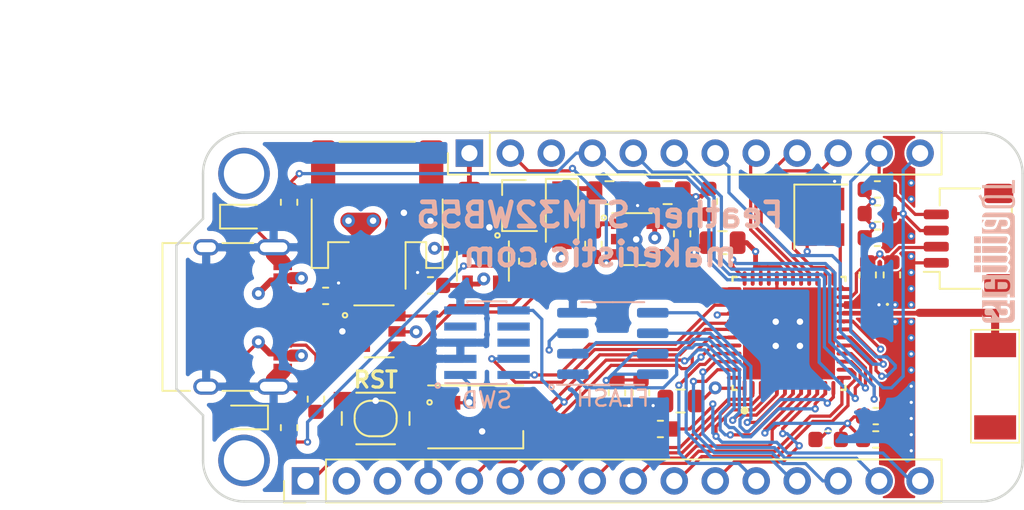
<source format=kicad_pcb>
(kicad_pcb (version 20171130) (host pcbnew "(5.1.7-0-10_14)")
  (layers (0 F.Cu signal) (1 In1.Cu power) (2 In2.Cu power) (31 B.Cu signal) (34 B.Paste user) (35 F.Paste user) (36 B.SilkS user) (37 F.SilkS user) (38 B.Mask user) (39 F.Mask user) (44 Edge.Cuts user))
  (net 0 "")
  (net 1 +BATT)
  (net 2 VBUS)
  (net 3 "Net-(C2-Pad1)")
  (net 4 +3.3VA)
  (net 5 "Net-(D1-Pad1)")
  (net 6 D8_NEOPIXEL)
  (net 7 "Net-(D4-Pad2)")
  (net 8 I2C_SDA)
  (net 9 I2C_SCL)
  (net 10 SWDIO)
  (net 11 SWDCLK)
  (net 12 NRST)
  (net 13 D5)
  (net 14 D6)
  (net 15 D9)
  (net 16 D10)
  (net 17 D11)
  (net 18 D12)
  (net 19 D13)
  (net 20 EN)
  (net 21 "Net-(J5-PadA5)")
  (net 22 USB_CONN_D-)
  (net 23 USB_CONN_D+)
  (net 24 "Net-(J5-PadB5)")
  (net 25 BOOT0)
  (net 26 USART1_TX)
  (net 27 USART1_RX)
  (net 28 SPI_MISO)
  (net 29 SPI_MOSI)
  (net 30 SPI_SCK)
  (net 31 A5)
  (net 32 A4)
  (net 33 A3)
  (net 34 A2)
  (net 35 A1)
  (net 36 A0)
  (net 37 "Net-(R1-Pad2)")
  (net 38 "Net-(R7-Pad1)")
  (net 39 USB_D+)
  (net 40 USB_D-)
  (net 41 QSPI_NSC)
  (net 42 QSPI_IO1)
  (net 43 QSPI_IO0)
  (net 44 QSPI_CLK)
  (net 45 HSE_IN)
  (net 46 HSE_OUT)
  (net 47 "Net-(D3-Pad2)")
  (net 48 "Net-(J3-Pad6)")
  (net 49 "Net-(J3-Pad7)")
  (net 50 "Net-(J3-Pad8)")
  (net 51 "Net-(J5-PadB8)")
  (net 52 "Net-(J5-PadA8)")
  (net 53 "Net-(U2-Pad4)")
  (net 54 "Net-(U3-Pad27)")
  (net 55 "Net-(U3-Pad26)")
  (net 56 GND)
  (net 57 VDD)
  (net 58 "Net-(ANT1-Pad2)")
  (net 59 ANT_OUT)
  (net 60 RF_OUT)
  (module Makeristic-KiCad-Library:stemma_qt_logo (layer B.Cu) (at 176.1 88.65 90)
    (fp_text reference G*** hide)
    (fp_text value LOGO hide)
  )
  (module Resistor_SMD:R_0603_1608Metric (layer F.Cu) (at 168.8 86.3)
    (fp_text reference R3)
    (fp_text value 10k)
    (pad 1 smd roundrect (at -0.7875 0) (size 0.875 0.95) (layers F.Cu F.Paste F.Mask) (net 57 VDD))
    (pad 2 smd roundrect (at 0.7875 0) (size 0.875 0.95) (layers F.Cu F.Paste F.Mask) (net 8 I2C_SDA))
  )
  (module FR05S1N0102 (layer F.Cu) (at 176.1 97 270)
    (fp_text reference ANT1)
    (fp_text value NN01-102 hide)
    (pad 1 smd rect (at -2.55 0 270) (size 1.5 2.6) (layers F.Cu F.Paste F.Mask) (net 59 ANT_OUT))
    (pad 2 smd rect (at 2.55 0 270) (size 1.5 2.6) (layers F.Cu F.Paste F.Mask) (net 58 "Net-(ANT1-Pad2)"))
  )
  (module Connector_USB:USB_C_Receptacle_XKB_U262-16XN-4BVC11 (layer F.Cu) (at 128.27 92.706 270)
    (fp_text reference J5)
    (fp_text value USB_C_Receptacle_USB2.0)
    (pad A12 smd rect (at 3.35 -3.67 270) (size 0.3 1.15) (layers F.Cu F.Paste F.Mask) (net 56 GND))
    (pad A9 smd rect (at 2.55 -3.67 270) (size 0.3 1.15) (layers F.Cu F.Paste F.Mask) (net 2 VBUS))
    (pad B9 smd rect (at -2.25 -3.67 270) (size 0.3 1.15) (layers F.Cu F.Paste F.Mask) (net 2 VBUS))
    (pad B12 smd rect (at -3.05 -3.67 270) (size 0.3 1.15) (layers F.Cu F.Paste F.Mask) (net 56 GND))
    (pad A1 smd rect (at -3.35 -3.67 270) (size 0.3 1.15) (layers F.Cu F.Paste F.Mask) (net 56 GND))
    (pad A4 smd rect (at -2.55 -3.67 270) (size 0.3 1.15) (layers F.Cu F.Paste F.Mask) (net 2 VBUS))
    (pad B8 smd rect (at -1.75 -3.67 270) (size 0.3 1.15) (layers F.Cu F.Paste F.Mask) (net 51 "Net-(J5-PadB8)"))
    (pad A5 smd rect (at -1.25 -3.67 270) (size 0.3 1.15) (layers F.Cu F.Paste F.Mask) (net 21 "Net-(J5-PadA5)"))
    (pad B7 smd rect (at -0.75 -3.67 270) (size 0.3 1.15) (layers F.Cu F.Paste F.Mask) (net 22 USB_CONN_D-))
    (pad A6 smd rect (at -0.25 -3.67 270) (size 0.3 1.15) (layers F.Cu F.Paste F.Mask) (net 23 USB_CONN_D+))
    (pad A7 smd rect (at 0.25 -3.67 270) (size 0.3 1.15) (layers F.Cu F.Paste F.Mask) (net 22 USB_CONN_D-))
    (pad B6 smd rect (at 0.75 -3.67 270) (size 0.3 1.15) (layers F.Cu F.Paste F.Mask) (net 23 USB_CONN_D+))
    (pad A8 smd rect (at 1.25 -3.67 270) (size 0.3 1.15) (layers F.Cu F.Paste F.Mask) (net 52 "Net-(J5-PadA8)"))
    (pad B5 smd rect (at 1.75 -3.67 270) (size 0.3 1.15) (layers F.Cu F.Paste F.Mask) (net 24 "Net-(J5-PadB5)"))
    (pad B4 smd rect (at 2.25 -3.67 270) (size 0.3 1.15) (layers F.Cu F.Paste F.Mask) (net 2 VBUS))
    (pad B1 smd rect (at 3.05 -3.67 270) (size 0.3 1.15) (layers F.Cu F.Paste F.Mask) (net 56 GND))
    (pad "" np_thru_hole circle (at -2.89 -2.605 270) (size 0.65 0.65) (drill 0.65) (layers *.Cu *.Mask))
    (pad "" np_thru_hole circle (at 2.89 -2.605 270) (size 0.65 0.65) (drill 0.65) (layers *.Cu *.Mask))
    (pad S1 thru_hole oval (at 4.32 1.075 270) (size 1 1.6) (drill oval 0.6 1.2) (layers *.Cu *.Mask) (net 56 GND))
    (pad S1 thru_hole oval (at -4.32 1.075 270) (size 1 1.6) (drill oval 0.6 1.2) (layers *.Cu *.Mask) (net 56 GND))
    (pad S1 thru_hole oval (at 4.32 -3.105 270) (size 1 2.1) (drill oval 0.6 1.7) (layers *.Cu *.Mask) (net 56 GND))
    (pad S1 thru_hole oval (at -4.32 -3.105 270) (size 1 2.1) (drill oval 0.6 1.7) (layers *.Cu *.Mask) (net 56 GND))
  )
  (module MLPFWB5501E3 (layer F.Cu) (at 168.825 92.725 270)
    (fp_text reference FL1)
    (fp_text value MLPF-WB55-01E3 hide)
    (pad 1 smd rect (at -0.25 -0.587) (size 0.3 0.3) (layers F.Cu F.Paste F.Mask) (net 59 ANT_OUT))
    (pad 2 smd rect (at -0.25 0) (size 0.3 0.3) (layers F.Cu F.Paste F.Mask) (net 56 GND))
    (pad 3 smd rect (at -0.25 0.587) (size 0.3 0.3) (layers F.Cu F.Paste F.Mask) (net 60 RF_OUT))
    (pad 4 smd rect (at 0.25 0.587) (size 0.3 0.3) (layers F.Cu F.Paste F.Mask) (net 56 GND))
    (pad 5 smd rect (at 0.25 0) (size 0.3 0.3) (layers F.Cu F.Paste F.Mask) (net 56 GND))
    (pad 6 smd rect (at 0.25 -0.587) (size 0.3 0.3) (layers F.Cu F.Paste F.Mask) (net 56 GND))
  )
  (module Inductor_SMD:L_0603_1608Metric (layer F.Cu) (at 165.75 100.3 180)
    (fp_text reference L1)
    (fp_text value 39n)
    (pad 2 smd roundrect (at 0.7875 0 180) (size 0.875 0.95) (layers F.Cu F.Paste F.Mask) (net 57 VDD))
    (pad 1 smd roundrect (at -0.7875 0 180) (size 0.875 0.95) (layers F.Cu F.Paste F.Mask) (net 4 +3.3VA))
  )
  (module LED_SMD:LED_0603_1608Metric (layer F.Cu) (at 129.54 86.487)
    (fp_text reference D4)
    (fp_text value LED)
    (pad 2 smd roundrect (at 0.7875 0) (size 0.875 0.95) (layers F.Cu F.Paste F.Mask) (net 7 "Net-(D4-Pad2)"))
    (pad 1 smd roundrect (at -0.7875 0) (size 0.875 0.95) (layers F.Cu F.Paste F.Mask) (net 56 GND))
  )
  (module LED_SMD:LED_0603_1608Metric (layer F.Cu) (at 129.54 98.933 180)
    (fp_text reference D1)
    (fp_text value LED)
    (pad 2 smd roundrect (at 0.7875 0 180) (size 0.875 0.95) (layers F.Cu F.Paste F.Mask) (net 2 VBUS))
    (pad 1 smd roundrect (at -0.7875 0 180) (size 0.875 0.95) (layers F.Cu F.Paste F.Mask) (net 5 "Net-(D1-Pad1)"))
  )
  (module Capacitor_SMD:C_0603_1608Metric (layer F.Cu) (at 168.7 98.85)
    (fp_text reference C5)
    (fp_text value 1u)
    (pad 2 smd roundrect (at 0.775 0) (size 0.9 0.95) (layers F.Cu F.Paste F.Mask) (net 56 GND))
    (pad 1 smd roundrect (at -0.775 0) (size 0.9 0.95) (layers F.Cu F.Paste F.Mask) (net 4 +3.3VA))
  )
  (module LED_SMD:LED_SK6812MINI_PLCC4_3.5x3.5mm_P1.75mm (layer F.Cu) (at 143.9 98.9)
    (fp_text reference D3)
    (fp_text value WS2812B)
    (pad 1 smd rect (at -1.75 -0.875) (size 1.6 0.85) (layers F.Cu F.Paste F.Mask) (net 57 VDD))
    (pad 2 smd rect (at -1.75 0.875) (size 1.6 0.85) (layers F.Cu F.Paste F.Mask) (net 47 "Net-(D3-Pad2)"))
    (pad 4 smd rect (at 1.75 -0.875) (size 1.6 0.85) (layers F.Cu F.Paste F.Mask) (net 6 D8_NEOPIXEL))
    (pad 3 smd rect (at 1.75 0.875) (size 1.6 0.85) (layers F.Cu F.Paste F.Mask) (net 56 GND))
  )
  (module IC_STMicroelectronics_STM32WB55CGU6:STMicroelectronics-STM32WB55CGU6-IPC_B (layer F.Cu) (at 163.322 93.726 90)
    (fp_text reference U3)
    (fp_text value STM32WB55CGU6)
    (pad 49 smd rect (at 0 0 90) (size 5.7 5.7) (layers F.Cu F.Mask) (net 56 GND))
    (pad 48 smd roundrect (at -2.75 -3.401247 90) (size 0.242474 0.909637) (layers F.Cu F.Paste F.Mask) (roundrect_rratio 0.5) (net 57 VDD))
    (pad 47 smd roundrect (at -2.25 -3.401247 90) (size 0.242474 0.909637) (layers F.Cu F.Paste F.Mask) (roundrect_rratio 0.5) (net 27 USART1_RX))
    (pad 46 smd roundrect (at -1.75 -3.401247 90) (size 0.242474 0.909637) (layers F.Cu F.Paste F.Mask) (roundrect_rratio 0.5) (net 26 USART1_TX))
    (pad 45 smd roundrect (at -1.25 -3.401247 90) (size 0.242474 0.909637) (layers F.Cu F.Paste F.Mask) (roundrect_rratio 0.5) (net 29 SPI_MOSI))
    (pad 44 smd roundrect (at -0.75 -3.401247 90) (size 0.242474 0.909637) (layers F.Cu F.Paste F.Mask) (roundrect_rratio 0.5) (net 28 SPI_MISO))
    (pad 43 smd roundrect (at -0.25 -3.401247 90) (size 0.242474 0.909637) (layers F.Cu F.Paste F.Mask) (roundrect_rratio 0.5) (net 36 A0))
    (pad 42 smd roundrect (at 0.25 -3.401247 90) (size 0.242474 0.909637) (layers F.Cu F.Paste F.Mask) (roundrect_rratio 0.5) (net 6 D8_NEOPIXEL))
    (pad 41 smd roundrect (at 0.75 -3.401247 90) (size 0.242474 0.909637) (layers F.Cu F.Paste F.Mask) (roundrect_rratio 0.5) (net 11 SWDCLK))
    (pad 40 smd roundrect (at 1.25 -3.401247 90) (size 0.242474 0.909637) (layers F.Cu F.Paste F.Mask) (roundrect_rratio 0.5) (net 57 VDD))
    (pad 39 smd roundrect (at 1.75 -3.401247 90) (size 0.242474 0.909637) (layers F.Cu F.Paste F.Mask) (roundrect_rratio 0.5) (net 10 SWDIO))
    (pad 38 smd roundrect (at 2.25 -3.401247 90) (size 0.242474 0.909637) (layers F.Cu F.Paste F.Mask) (roundrect_rratio 0.5) (net 39 USB_D+))
    (pad 37 smd roundrect (at 2.75 -3.401247 90) (size 0.242474 0.909637) (layers F.Cu F.Paste F.Mask) (roundrect_rratio 0.5) (net 40 USB_D-))
    (pad 24 smd roundrect (at 2.75 3.401248 90) (size 0.242474 0.909637) (layers F.Cu F.Paste F.Mask) (roundrect_rratio 0.5) (net 46 HSE_OUT))
    (pad 23 smd roundrect (at 2.25 3.401248 90) (size 0.242474 0.909637) (layers F.Cu F.Paste F.Mask) (roundrect_rratio 0.5) (net 57 VDD))
    (pad 22 smd roundrect (at 1.75 3.401248 90) (size 0.242474 0.909637) (layers F.Cu F.Paste F.Mask) (roundrect_rratio 0.5) (net 56 GND))
    (pad 21 smd roundrect (at 1.25 3.401248 90) (size 0.242474 0.909637) (layers F.Cu F.Paste F.Mask) (roundrect_rratio 0.5) (net 60 RF_OUT))
    (pad 20 smd roundrect (at 0.75 3.401248 90) (size 0.242474 0.909637) (layers F.Cu F.Paste F.Mask) (roundrect_rratio 0.5) (net 57 VDD))
    (pad 19 smd roundrect (at 0.25 3.401248 90) (size 0.242474 0.909637) (layers F.Cu F.Paste F.Mask) (roundrect_rratio 0.5) (net 16 D10))
    (pad 18 smd roundrect (at -0.25 3.401248 90) (size 0.242474 0.909637) (layers F.Cu F.Paste F.Mask) (roundrect_rratio 0.5) (net 9 I2C_SCL))
    (pad 17 smd roundrect (at -0.75 3.401248 90) (size 0.242474 0.909637) (layers F.Cu F.Paste F.Mask) (roundrect_rratio 0.5) (net 17 D11))
    (pad 16 smd roundrect (at -1.25 3.401248 90) (size 0.242474 0.909637) (layers F.Cu F.Paste F.Mask) (roundrect_rratio 0.5) (net 18 D12))
    (pad 15 smd roundrect (at -1.75 3.401248 90) (size 0.242474 0.909637) (layers F.Cu F.Paste F.Mask) (roundrect_rratio 0.5) (net 19 D13))
    (pad 14 smd roundrect (at -2.25 3.401248 90) (size 0.242474 0.909637) (layers F.Cu F.Paste F.Mask) (roundrect_rratio 0.5) (net 31 A5))
    (pad 13 smd roundrect (at -2.75 3.401248 90) (size 0.242474 0.909637) (layers F.Cu F.Paste F.Mask) (roundrect_rratio 0.5) (net 32 A4))
    (pad 36 smd roundrect (at 3.401248 -2.75 90) (size 0.909637 0.242474) (layers F.Cu F.Paste F.Mask) (roundrect_rratio 0.5) (net 8 I2C_SDA))
    (pad 35 smd roundrect (at 3.401248 -2.25 90) (size 0.909637 0.242474) (layers F.Cu F.Paste F.Mask) (roundrect_rratio 0.5) (net 57 VDD))
    (pad 34 smd roundrect (at 3.401248 -1.75 90) (size 0.909637 0.242474) (layers F.Cu F.Paste F.Mask) (roundrect_rratio 0.5) (net 57 VDD))
    (pad 33 smd roundrect (at 3.401248 -1.25 90) (size 0.909637 0.242474) (layers F.Cu F.Paste F.Mask) (roundrect_rratio 0.5) (net 57 VDD))
    (pad 32 smd roundrect (at 3.401248 -0.75 90) (size 0.909637 0.242474) (layers F.Cu F.Paste F.Mask) (roundrect_rratio 0.5) (net 56 GND))
    (pad 31 smd roundrect (at 3.401248 -0.25 90) (size 0.909637 0.242474) (layers F.Cu F.Paste F.Mask) (roundrect_rratio 0.5) (net 57 VDD))
    (pad 30 smd roundrect (at 3.401248 0.25 90) (size 0.909637 0.242474) (layers F.Cu F.Paste F.Mask) (roundrect_rratio 0.5) (net 15 D9))
    (pad 29 smd roundrect (at 3.401248 0.75 90) (size 0.909637 0.242474) (layers F.Cu F.Paste F.Mask) (roundrect_rratio 0.5) (net 14 D6))
    (pad 28 smd roundrect (at 3.401248 1.25 90) (size 0.909637 0.242474) (layers F.Cu F.Paste F.Mask) (roundrect_rratio 0.5) (net 13 D5))
    (pad 27 smd roundrect (at 3.401248 1.75 90) (size 0.909637 0.242474) (layers F.Cu F.Paste F.Mask) (roundrect_rratio 0.5) (net 54 "Net-(U3-Pad27)"))
    (pad 26 smd roundrect (at 3.401248 2.25 90) (size 0.909637 0.242474) (layers F.Cu F.Paste F.Mask) (roundrect_rratio 0.5) (net 55 "Net-(U3-Pad26)"))
    (pad 25 smd roundrect (at 3.401248 2.75 90) (size 0.909637 0.242474) (layers F.Cu F.Paste F.Mask) (roundrect_rratio 0.5) (net 45 HSE_IN))
    (pad 12 smd roundrect (at -3.401247 2.75 90) (size 0.909637 0.242474) (layers F.Cu F.Paste F.Mask) (roundrect_rratio 0.5) (net 44 QSPI_CLK))
    (pad 11 smd roundrect (at -3.401247 2.25 90) (size 0.909637 0.242474) (layers F.Cu F.Paste F.Mask) (roundrect_rratio 0.5) (net 41 QSPI_NSC))
    (pad 10 smd roundrect (at -3.401247 1.75 90) (size 0.909637 0.242474) (layers F.Cu F.Paste F.Mask) (roundrect_rratio 0.5) (net 30 SPI_SCK))
    (pad 9 smd roundrect (at -3.401247 1.25 90) (size 0.909637 0.242474) (layers F.Cu F.Paste F.Mask) (roundrect_rratio 0.5) (net 33 A3))
    (pad 8 smd roundrect (at -3.401247 0.75 90) (size 0.909637 0.242474) (layers F.Cu F.Paste F.Mask) (roundrect_rratio 0.5) (net 4 +3.3VA))
    (pad 7 smd roundrect (at -3.401247 0.25 90) (size 0.909637 0.242474) (layers F.Cu F.Paste F.Mask) (roundrect_rratio 0.5) (net 12 NRST))
    (pad 6 smd roundrect (at -3.401247 -0.25 90) (size 0.909637 0.242474) (layers F.Cu F.Paste F.Mask) (roundrect_rratio 0.5) (net 43 QSPI_IO0))
    (pad 5 smd roundrect (at -3.401247 -0.75 90) (size 0.909637 0.242474) (layers F.Cu F.Paste F.Mask) (roundrect_rratio 0.5) (net 42 QSPI_IO1))
    (pad 4 smd roundrect (at -3.401247 -1.25 90) (size 0.909637 0.242474) (layers F.Cu F.Paste F.Mask) (roundrect_rratio 0.5) (net 25 BOOT0))
    (pad 3 smd roundrect (at -3.401247 -1.75 90) (size 0.909637 0.242474) (layers F.Cu F.Paste F.Mask) (roundrect_rratio 0.5) (net 34 A2))
    (pad 2 smd roundrect (at -3.401247 -2.25 90) (size 0.909637 0.242474) (layers F.Cu F.Paste F.Mask) (roundrect_rratio 0.5) (net 35 A1))
    (pad 1 smd rect (at -3.401247 -2.75 90) (size 0.909637 0.242474) (layers F.Cu F.Paste F.Mask) (net 57 VDD))
  )
  (module Connector_JST:JST_PH_S2B-PH-SM4-TB_1x02-1MP_P2.00mm_Horizontal (layer F.Cu) (at 137.795 86.36 180)
    (fp_text reference J2)
    (fp_text value Conn_Battery)
    (pad MP smd roundrect (at 3.35 2.9 180) (size 1.5 3.4) (layers F.Cu F.Paste F.Mask) (roundrect_rratio 0.1666666666666667))
    (pad MP smd roundrect (at -3.35 2.9 180) (size 1.5 3.4) (layers F.Cu F.Paste F.Mask) (roundrect_rratio 0.1666666666666667))
    (pad 2 smd roundrect (at 1 -2.85 180) (size 1 3.5) (layers F.Cu F.Paste F.Mask) (net 1 +BATT))
    (pad 1 smd roundrect (at -1 -2.85 180) (size 1 3.5) (layers F.Cu F.Paste F.Mask) (net 56 GND))
  )
  (module OPL_Switch:SW4-SMD-4.2X3.2X2.5MM (layer F.Cu) (at 137.7 99 180)
    (fp_text reference SW1)
    (fp_text value SMD-BUTTON-TOP-DHT-4235A_4P-4.2X3.2MM_)
    (pad 1 smd rect (at -1.94818 -1.07442 180) (size 1.29794 1.14808) (layers F.Cu F.Paste F.Mask) (net 12 NRST))
    (pad 2 smd rect (at 1.94818 -1.07442 180) (size 1.29794 1.14808) (layers F.Cu F.Paste F.Mask) (net 12 NRST))
    (pad 3 smd rect (at -1.94818 1.07442 180) (size 1.29794 1.14808) (layers F.Cu F.Paste F.Mask) (net 56 GND))
    (pad 4 smd rect (at 1.94818 1.07442 180) (size 1.29794 1.14808) (layers F.Cu F.Paste F.Mask) (net 56 GND))
  )
  (module Crystal:Crystal_SMD_3225-4Pin_3.2x2.5mm (layer F.Cu) (at 165.3 86.5 270)
    (fp_text reference Y1)
    (fp_text value 32Mhz)
    (pad 4 smd rect (at -1.1 -0.85 270) (size 1.4 1.2) (layers F.Cu F.Paste F.Mask) (net 56 GND))
    (pad 3 smd rect (at 1.1 -0.85 270) (size 1.4 1.2) (layers F.Cu F.Paste F.Mask) (net 46 HSE_OUT))
    (pad 2 smd rect (at 1.1 0.85 270) (size 1.4 1.2) (layers F.Cu F.Paste F.Mask) (net 56 GND))
    (pad 1 smd rect (at -1.1 0.85 270) (size 1.4 1.2) (layers F.Cu F.Paste F.Mask) (net 45 HSE_IN))
  )
  (module Connector_PinHeader_2.54mm:PinHeader_1x12_P2.54mm_Vertical (layer F.Cu) (at 143.51 82.55 90)
    (fp_text reference J4)
    (fp_text value Conn_Right)
    (pad 12 thru_hole oval (at 0 27.94 90) (size 1.7 1.7) (drill 1) (layers *.Cu *.Mask) (net 8 I2C_SDA))
    (pad 11 thru_hole oval (at 0 25.4 90) (size 1.7 1.7) (drill 1) (layers *.Cu *.Mask) (net 9 I2C_SCL))
    (pad 10 thru_hole oval (at 0 22.86 90) (size 1.7 1.7) (drill 1) (layers *.Cu *.Mask) (net 13 D5))
    (pad 9 thru_hole oval (at 0 20.32 90) (size 1.7 1.7) (drill 1) (layers *.Cu *.Mask) (net 14 D6))
    (pad 8 thru_hole oval (at 0 17.78 90) (size 1.7 1.7) (drill 1) (layers *.Cu *.Mask) (net 15 D9))
    (pad 7 thru_hole oval (at 0 15.24 90) (size 1.7 1.7) (drill 1) (layers *.Cu *.Mask) (net 16 D10))
    (pad 6 thru_hole oval (at 0 12.7 90) (size 1.7 1.7) (drill 1) (layers *.Cu *.Mask) (net 17 D11))
    (pad 5 thru_hole oval (at 0 10.16 90) (size 1.7 1.7) (drill 1) (layers *.Cu *.Mask) (net 18 D12))
    (pad 4 thru_hole oval (at 0 7.62 90) (size 1.7 1.7) (drill 1) (layers *.Cu *.Mask) (net 19 D13))
    (pad 3 thru_hole oval (at 0 5.08 90) (size 1.7 1.7) (drill 1) (layers *.Cu *.Mask) (net 2 VBUS))
    (pad 2 thru_hole oval (at 0 2.54 90) (size 1.7 1.7) (drill 1) (layers *.Cu *.Mask) (net 20 EN))
    (pad 1 thru_hole rect (at 0 0 90) (size 1.7 1.7) (drill 1) (layers *.Cu *.Mask) (net 1 +BATT))
  )
  (module Connector_PinHeader_2.54mm:PinHeader_1x16_P2.54mm_Vertical (layer F.Cu) (at 133.35 102.87 90)
    (fp_text reference J6)
    (fp_text value Conn_Left)
    (pad 16 thru_hole oval (at 0 38.1 90) (size 1.7 1.7) (drill 1) (layers *.Cu *.Mask) (net 25 BOOT0))
    (pad 15 thru_hole oval (at 0 35.56 90) (size 1.7 1.7) (drill 1) (layers *.Cu *.Mask) (net 26 USART1_TX))
    (pad 14 thru_hole oval (at 0 33.02 90) (size 1.7 1.7) (drill 1) (layers *.Cu *.Mask) (net 27 USART1_RX))
    (pad 13 thru_hole oval (at 0 30.48 90) (size 1.7 1.7) (drill 1) (layers *.Cu *.Mask) (net 28 SPI_MISO))
    (pad 12 thru_hole oval (at 0 27.94 90) (size 1.7 1.7) (drill 1) (layers *.Cu *.Mask) (net 29 SPI_MOSI))
    (pad 11 thru_hole oval (at 0 25.4 90) (size 1.7 1.7) (drill 1) (layers *.Cu *.Mask) (net 30 SPI_SCK))
    (pad 10 thru_hole oval (at 0 22.86 90) (size 1.7 1.7) (drill 1) (layers *.Cu *.Mask) (net 31 A5))
    (pad 9 thru_hole oval (at 0 20.32 90) (size 1.7 1.7) (drill 1) (layers *.Cu *.Mask) (net 32 A4))
    (pad 8 thru_hole oval (at 0 17.78 90) (size 1.7 1.7) (drill 1) (layers *.Cu *.Mask) (net 33 A3))
    (pad 7 thru_hole oval (at 0 15.24 90) (size 1.7 1.7) (drill 1) (layers *.Cu *.Mask) (net 34 A2))
    (pad 6 thru_hole oval (at 0 12.7 90) (size 1.7 1.7) (drill 1) (layers *.Cu *.Mask) (net 35 A1))
    (pad 5 thru_hole oval (at 0 10.16 90) (size 1.7 1.7) (drill 1) (layers *.Cu *.Mask) (net 36 A0))
    (pad 4 thru_hole oval (at 0 7.62 90) (size 1.7 1.7) (drill 1) (layers *.Cu *.Mask) (net 56 GND))
    (pad 3 thru_hole oval (at 0 5.08 90) (size 1.7 1.7) (drill 1) (layers *.Cu *.Mask) (net 4 +3.3VA))
    (pad 2 thru_hole oval (at 0 2.54 90) (size 1.7 1.7) (drill 1) (layers *.Cu *.Mask) (net 57 VDD))
    (pad 1 thru_hole rect (at 0 0 90) (size 1.7 1.7) (drill 1) (layers *.Cu *.Mask) (net 12 NRST))
  )
  (module MountingHole:MountingHole_2.5mm_Pad (layer F.Cu) (at 129.54 83.82)
    (fp_text reference REF** hide)
    (fp_text value MountingHole_2.5mm_Pad hide)
    (pad "" thru_hole circle (at 0 0) (size 3.2 3.2) (drill 2.5) (layers *.Cu *.Mask))
  )
  (module MountingHole:MountingHole_2.5mm_Pad (layer F.Cu) (at 129.54 101.6)
    (fp_text reference REF** hide)
    (fp_text value MountingHole_2.5mm_Pad hide)
    (pad "" thru_hole circle (at 0 0) (size 3.2 3.2) (drill 2.5) (layers *.Cu *.Mask))
  )
  (module MountingHole:MountingHole_2.2mm_M2 (layer F.Cu) (at 175.26 102.235)
    (fp_text reference REF** hide)
    (fp_text value MountingHole_2.2mm_M2 hide)
    (pad 1 np_thru_hole circle (at 0 0) (size 2.2 2.2) (drill 2.2) (layers *.Cu *.Mask))
  )
  (module MountingHole:MountingHole_2.2mm_M2 (layer F.Cu) (at 175.26 83.185)
    (fp_text reference REF** hide)
    (fp_text value MountingHole_2.2mm_M2 hide)
    (pad 1 np_thru_hole circle (at 0 0) (size 2.2 2.2) (drill 2.2) (layers *.Cu *.Mask))
  )
  (module Diode_SMD:D_SOD-123 (layer F.Cu) (at 149.25 86.4 270)
    (fp_text reference D2)
    (fp_text value B5819W)
    (pad 1 smd rect (at -1.65 0 270) (size 0.9 1.2) (layers F.Cu F.Paste F.Mask) (net 3 "Net-(C2-Pad1)"))
    (pad 2 smd rect (at 1.65 0 270) (size 0.9 1.2) (layers F.Cu F.Paste F.Mask) (net 2 VBUS))
  )
  (module Connector_JST:JST_SH_SM04B-SRSS-TB_1x04-1MP_P1.00mm_Horizontal (layer F.Cu) (at 174.45 87.85 90)
    (fp_text reference J1)
    (fp_text value "JST-SH Qwiic")
    (pad 1 smd roundrect (at -1.5 -2 90) (size 0.6 1.55) (layers F.Cu F.Paste F.Mask) (net 56 GND))
    (pad 2 smd roundrect (at -0.5 -2 90) (size 0.6 1.55) (layers F.Cu F.Paste F.Mask) (net 57 VDD))
    (pad 3 smd roundrect (at 0.5 -2 90) (size 0.6 1.55) (layers F.Cu F.Paste F.Mask) (net 8 I2C_SDA))
    (pad 4 smd roundrect (at 1.5 -2 90) (size 0.6 1.55) (layers F.Cu F.Paste F.Mask) (net 9 I2C_SCL))
    (pad MP smd roundrect (at -2.8 1.875 90) (size 1.2 1.8) (layers F.Cu F.Paste F.Mask) (roundrect_rratio 0.2083325))
    (pad MP smd roundrect (at 2.8 1.875 90) (size 1.2 1.8) (layers F.Cu F.Paste F.Mask) (roundrect_rratio 0.2083325))
  )
  (module Connector_PinHeader_1.00mm:PinHeader_2x05_P1.00mm_Vertical_SMD (layer B.Cu) (at 144.6 94.3)
    (fp_text reference SWD (at 0 3.56) (layer B.SilkS) (effects (justify mirror)))
    (fp_text value Conn_ARM_JTAG_SWD_10)
    (pad 1 smd rect (at -1.65 2) (size 2 0.5) (layers B.Cu B.Paste B.Mask) (net 57 VDD))
    (pad 2 smd rect (at 1.65 2) (size 2 0.5) (layers B.Cu B.Paste B.Mask) (net 10 SWDIO))
    (pad 3 smd rect (at -1.65 1) (size 2 0.5) (layers B.Cu B.Paste B.Mask) (net 56 GND))
    (pad 4 smd rect (at 1.65 1) (size 2 0.5) (layers B.Cu B.Paste B.Mask) (net 11 SWDCLK))
    (pad 5 smd rect (at -1.65 0) (size 2 0.5) (layers B.Cu B.Paste B.Mask) (net 56 GND))
    (pad 6 smd rect (at 1.65 0) (size 2 0.5) (layers B.Cu B.Paste B.Mask) (net 48 "Net-(J3-Pad6)"))
    (pad 7 smd rect (at -1.65 -1) (size 2 0.5) (layers B.Cu B.Paste B.Mask) (net 49 "Net-(J3-Pad7)"))
    (pad 8 smd rect (at 1.65 -1) (size 2 0.5) (layers B.Cu B.Paste B.Mask) (net 50 "Net-(J3-Pad8)"))
    (pad 9 smd rect (at -1.65 -2) (size 2 0.5) (layers B.Cu B.Paste B.Mask) (net 56 GND))
    (pad 10 smd rect (at 1.65 -2) (size 2 0.5) (layers B.Cu B.Paste B.Mask) (net 12 NRST))
  )
  (module Package_TO_SOT_SMD:SOT-23 (layer F.Cu) (at 146.3 85.8 180)
    (fp_text reference Q1)
    (fp_text value NTR4171PT1G)
    (pad 1 smd rect (at -1 -0.95 180) (size 0.9 0.8) (layers F.Cu F.Paste F.Mask) (net 2 VBUS))
    (pad 2 smd rect (at -1 0.95 180) (size 0.9 0.8) (layers F.Cu F.Paste F.Mask) (net 3 "Net-(C2-Pad1)"))
    (pad 3 smd rect (at 1 0 180) (size 0.9 0.8) (layers F.Cu F.Paste F.Mask) (net 1 +BATT))
  )
  (module Package_TO_SOT_SMD:SOT-23-5 (layer F.Cu) (at 144.349 89.566 270)
    (fp_text reference U1)
    (fp_text value MCP73831-2-OT)
    (pad 1 smd rect (at -1.1 -0.95 270) (size 1.06 0.65) (layers F.Cu F.Paste F.Mask) (net 37 "Net-(R1-Pad2)"))
    (pad 2 smd rect (at -1.1 0 270) (size 1.06 0.65) (layers F.Cu F.Paste F.Mask) (net 56 GND))
    (pad 3 smd rect (at -1.1 0.95 270) (size 1.06 0.65) (layers F.Cu F.Paste F.Mask) (net 1 +BATT))
    (pad 4 smd rect (at 1.1 0.95 270) (size 1.06 0.65) (layers F.Cu F.Paste F.Mask) (net 2 VBUS))
    (pad 5 smd rect (at 1.1 -0.95 270) (size 1.06 0.65) (layers F.Cu F.Paste F.Mask) (net 38 "Net-(R7-Pad1)"))
  )
  (module Package_TO_SOT_SMD:SOT-23-5 (layer F.Cu) (at 153.916 87.88)
    (fp_text reference U2)
    (fp_text value AP2112K-3.3)
    (pad 5 smd rect (at 1.1 -0.95) (size 1.06 0.65) (layers F.Cu F.Paste F.Mask) (net 57 VDD))
    (pad 4 smd rect (at 1.1 0.95) (size 1.06 0.65) (layers F.Cu F.Paste F.Mask) (net 53 "Net-(U2-Pad4)"))
    (pad 3 smd rect (at -1.1 0.95) (size 1.06 0.65) (layers F.Cu F.Paste F.Mask) (net 20 EN))
    (pad 2 smd rect (at -1.1 0) (size 1.06 0.65) (layers F.Cu F.Paste F.Mask) (net 56 GND))
    (pad 1 smd rect (at -1.1 -0.95) (size 1.06 0.65) (layers F.Cu F.Paste F.Mask) (net 3 "Net-(C2-Pad1)"))
  )
  (module Package_TO_SOT_SMD:SOT-23-6 (layer F.Cu) (at 137.922 93.599)
    (fp_text reference U4)
    (fp_text value USBLC6-2SC6)
    (pad 1 smd rect (at -1.1 -0.95) (size 1.06 0.65) (layers F.Cu F.Paste F.Mask) (net 22 USB_CONN_D-))
    (pad 2 smd rect (at -1.1 0) (size 1.06 0.65) (layers F.Cu F.Paste F.Mask) (net 56 GND))
    (pad 3 smd rect (at -1.1 0.95) (size 1.06 0.65) (layers F.Cu F.Paste F.Mask) (net 23 USB_CONN_D+))
    (pad 4 smd rect (at 1.1 0.95) (size 1.06 0.65) (layers F.Cu F.Paste F.Mask) (net 39 USB_D+))
    (pad 6 smd rect (at 1.1 -0.95) (size 1.06 0.65) (layers F.Cu F.Paste F.Mask) (net 40 USB_D-))
    (pad 5 smd rect (at 1.1 0) (size 1.06 0.65) (layers F.Cu F.Paste F.Mask) (net 2 VBUS))
  )
  (module Package_SO:SOIC-8_3.9x4.9mm_P1.27mm (layer B.Cu) (at 152.4 94.35)
    (fp_text reference FLASH (at 0 3.4) (layer B.SilkS) (effects (justify mirror)))
    (fp_text value "Flash SOIC-8")
    (pad 1 smd roundrect (at -2.475 1.905) (size 1.95 0.6) (layers B.Cu B.Paste B.Mask) (net 41 QSPI_NSC))
    (pad 2 smd roundrect (at -2.475 0.635) (size 1.95 0.6) (layers B.Cu B.Paste B.Mask) (net 42 QSPI_IO1))
    (pad 3 smd roundrect (at -2.475 -0.635) (size 1.95 0.6) (layers B.Cu B.Paste B.Mask) (net 57 VDD))
    (pad 4 smd roundrect (at -2.475 -1.905) (size 1.95 0.6) (layers B.Cu B.Paste B.Mask) (net 56 GND))
    (pad 5 smd roundrect (at 2.475 -1.905) (size 1.95 0.6) (layers B.Cu B.Paste B.Mask) (net 43 QSPI_IO0))
    (pad 6 smd roundrect (at 2.475 -0.635) (size 1.95 0.6) (layers B.Cu B.Paste B.Mask) (net 44 QSPI_CLK))
    (pad 7 smd roundrect (at 2.475 0.635) (size 1.95 0.6) (layers B.Cu B.Paste B.Mask) (net 57 VDD))
    (pad 8 smd roundrect (at 2.475 1.905) (size 1.95 0.6) (layers B.Cu B.Paste B.Mask) (net 57 VDD))
  )
  (module Capacitor_SMD:C_0805_2012Metric (layer F.Cu) (at 143.51 85.75 270)
    (fp_text reference C1)
    (fp_text value 10u)
    (pad 1 smd roundrect (at -0.9375 0 270) (size 0.975 1.4) (layers F.Cu F.Paste F.Mask) (net 1 +BATT))
    (pad 2 smd roundrect (at 0.9375 0 270) (size 0.975 1.4) (layers F.Cu F.Paste F.Mask) (net 56 GND))
  )
  (module Capacitor_SMD:C_0805_2012Metric (layer F.Cu) (at 152.2 85)
    (fp_text reference C2)
    (fp_text value 10u)
    (pad 2 smd roundrect (at 0.9375 0) (size 0.975 1.4) (layers F.Cu F.Paste F.Mask) (net 56 GND))
    (pad 1 smd roundrect (at -0.9375 0) (size 0.975 1.4) (layers F.Cu F.Paste F.Mask) (net 3 "Net-(C2-Pad1)"))
  )
  (module Capacitor_SMD:C_0805_2012Metric (layer F.Cu) (at 155.8 85)
    (fp_text reference C3)
    (fp_text value 10u)
    (pad 1 smd roundrect (at -0.9375 0) (size 0.975 1.4) (layers F.Cu F.Paste F.Mask) (net 57 VDD))
    (pad 2 smd roundrect (at 0.9375 0) (size 0.975 1.4) (layers F.Cu F.Paste F.Mask) (net 56 GND))
  )
  (module Capacitor_SMD:C_0805_2012Metric (layer F.Cu) (at 159.2 88.1 180)
    (fp_text reference C4)
    (fp_text value 1u)
    (pad 2 smd roundrect (at 0.9375 0 180) (size 0.975 1.4) (layers F.Cu F.Paste F.Mask) (net 56 GND))
    (pad 1 smd roundrect (at -0.9375 0 180) (size 0.975 1.4) (layers F.Cu F.Paste F.Mask) (net 57 VDD))
  )
  (module Capacitor_SMD:C_0603_1608Metric (layer F.Cu) (at 168.7 100.3)
    (fp_text reference C6)
    (fp_text value 10n)
    (pad 1 smd roundrect (at -0.7875 0) (size 0.875 0.95) (layers F.Cu F.Paste F.Mask) (net 4 +3.3VA))
    (pad 2 smd roundrect (at 0.7875 0) (size 0.875 0.95) (layers F.Cu F.Paste F.Mask) (net 56 GND))
  )
  (module Capacitor_SMD:C_0805_2012Metric (layer F.Cu) (at 156.6 97.917 180)
    (fp_text reference C7)
    (fp_text value 4u7)
    (pad 1 smd roundrect (at -0.9375 0 180) (size 0.975 1.4) (layers F.Cu F.Paste F.Mask) (net 57 VDD))
    (pad 2 smd roundrect (at 0.9375 0 180) (size 0.975 1.4) (layers F.Cu F.Paste F.Mask) (net 56 GND))
  )
  (module Capacitor_SMD:C_0603_1608Metric (layer F.Cu) (at 154.15 97.398 270)
    (fp_text reference C8)
    (fp_text value 100n)
    (pad 1 smd roundrect (at -0.7875 0 270) (size 0.875 0.95) (layers F.Cu F.Paste F.Mask) (net 57 VDD))
    (pad 2 smd roundrect (at 0.7875 0 270) (size 0.875 0.95) (layers F.Cu F.Paste F.Mask) (net 56 GND))
  )
  (module Capacitor_SMD:C_0603_1608Metric (layer F.Cu) (at 152.657 97.398 270)
    (fp_text reference C9)
    (fp_text value 100n)
    (pad 2 smd roundrect (at 0.7875 0 270) (size 0.875 0.95) (layers F.Cu F.Paste F.Mask) (net 56 GND))
    (pad 1 smd roundrect (at -0.7875 0 270) (size 0.875 0.95) (layers F.Cu F.Paste F.Mask) (net 57 VDD))
  )
  (module Capacitor_SMD:C_0603_1608Metric (layer F.Cu) (at 168.8 87.8)
    (fp_text reference C10)
    (fp_text value 100n)
    (pad 2 smd roundrect (at 0.7875 0) (size 0.875 0.95) (layers F.Cu F.Paste F.Mask) (net 56 GND))
    (pad 1 smd roundrect (at -0.7875 0) (size 0.875 0.95) (layers F.Cu F.Paste F.Mask) (net 57 VDD))
  )
  (module Capacitor_SMD:C_0603_1608Metric (layer F.Cu) (at 158.35 85.55 90)
    (fp_text reference C11)
    (fp_text value 100n)
    (pad 2 smd roundrect (at 0.7875 0 90) (size 0.875 0.95) (layers F.Cu F.Paste F.Mask) (net 56 GND))
    (pad 1 smd roundrect (at -0.7875 0 90) (size 0.875 0.95) (layers F.Cu F.Paste F.Mask) (net 57 VDD))
  )
  (module Capacitor_SMD:C_0603_1608Metric (layer F.Cu) (at 156.7 87.55 270)
    (fp_text reference C12)
    (fp_text value 100n)
    (pad 1 smd roundrect (at -0.7875 0 270) (size 0.875 0.95) (layers F.Cu F.Paste F.Mask) (net 57 VDD))
    (pad 2 smd roundrect (at 0.7875 0 270) (size 0.875 0.95) (layers F.Cu F.Paste F.Mask) (net 56 GND))
  )
  (module Capacitor_SMD:C_0603_1608Metric (layer F.Cu) (at 168.2 90.1 270)
    (fp_text reference C13)
    (fp_text value 100n)
    (pad 2 smd roundrect (at 0.7875 0 270) (size 0.875 0.95) (layers F.Cu F.Paste F.Mask) (net 56 GND))
    (pad 1 smd roundrect (at -0.7875 0 270) (size 0.875 0.95) (layers F.Cu F.Paste F.Mask) (net 57 VDD))
  )
  (module Capacitor_SMD:C_0603_1608Metric (layer F.Cu) (at 169.7 90.1 270)
    (fp_text reference C14)
    (fp_text value 100p)
    (pad 2 smd roundrect (at 0.7875 0 270) (size 0.875 0.95) (layers F.Cu F.Paste F.Mask) (net 56 GND))
    (pad 1 smd roundrect (at -0.7875 0 270) (size 0.875 0.95) (layers F.Cu F.Paste F.Mask) (net 57 VDD))
  )
  (module Resistor_SMD:R_0603_1608Metric (layer F.Cu) (at 132.334 99.568 270)
    (fp_text reference R1)
    (fp_text value 1k)
    (pad 2 smd roundrect (at 0.7875 0 270) (size 0.875 0.95) (layers F.Cu F.Paste F.Mask) (net 37 "Net-(R1-Pad2)"))
    (pad 1 smd roundrect (at -0.7875 0 270) (size 0.875 0.95) (layers F.Cu F.Paste F.Mask) (net 5 "Net-(D1-Pad1)"))
  )
  (module Resistor_SMD:R_0603_1608Metric (layer F.Cu) (at 168.8 84.8)
    (fp_text reference R2)
    (fp_text value 10k)
    (pad 2 smd roundrect (at 0.7875 0) (size 0.875 0.95) (layers F.Cu F.Paste F.Mask) (net 9 I2C_SCL))
    (pad 1 smd roundrect (at -0.7875 0) (size 0.875 0.95) (layers F.Cu F.Paste F.Mask) (net 57 VDD))
  )
  (module Resistor_SMD:R_0603_1608Metric (layer F.Cu) (at 132.334 85.598 270)
    (fp_text reference R4)
    (fp_text value 1k)
    (pad 1 smd roundrect (at -0.7875 0 270) (size 0.875 0.95) (layers F.Cu F.Paste F.Mask) (net 19 D13))
    (pad 2 smd roundrect (at 0.7875 0 270) (size 0.875 0.95) (layers F.Cu F.Paste F.Mask) (net 7 "Net-(D4-Pad2)"))
  )
  (module Resistor_SMD:R_0603_1608Metric (layer F.Cu) (at 151.2 88.2 270)
    (fp_text reference R5)
    (fp_text value 10k)
    (pad 2 smd roundrect (at 0.7875 0 270) (size 0.875 0.95) (layers F.Cu F.Paste F.Mask) (net 20 EN))
    (pad 1 smd roundrect (at -0.7875 0 270) (size 0.875 0.95) (layers F.Cu F.Paste F.Mask) (net 3 "Net-(C2-Pad1)"))
  )
  (module Resistor_SMD:R_0603_1608Metric (layer F.Cu) (at 141.097 90.75 180)
    (fp_text reference R6)
    (fp_text value 100k)
    (pad 1 smd roundrect (at -0.7875 0 180) (size 0.875 0.95) (layers F.Cu F.Paste F.Mask) (net 2 VBUS))
    (pad 2 smd roundrect (at 0.7875 0 180) (size 0.875 0.95) (layers F.Cu F.Paste F.Mask) (net 56 GND))
  )
  (module Resistor_SMD:R_0603_1608Metric (layer F.Cu) (at 147.1 89.25 90)
    (fp_text reference R7)
    (fp_text value 5k1)
    (pad 1 smd roundrect (at -0.7875 0 90) (size 0.875 0.95) (layers F.Cu F.Paste F.Mask) (net 38 "Net-(R7-Pad1)"))
    (pad 2 smd roundrect (at 0.7875 0 90) (size 0.875 0.95) (layers F.Cu F.Paste F.Mask) (net 56 GND))
  )
  (module Resistor_SMD:R_0603_1608Metric (layer F.Cu) (at 134 97.8 270)
    (fp_text reference R8)
    (fp_text value 5k1)
    (pad 1 smd roundrect (at -0.7875 0 270) (size 0.875 0.95) (layers F.Cu F.Paste F.Mask) (net 24 "Net-(J5-PadB5)"))
    (pad 2 smd roundrect (at 0.7875 0 270) (size 0.875 0.95) (layers F.Cu F.Paste F.Mask) (net 56 GND))
  )
  (module Resistor_SMD:R_0603_1608Metric (layer F.Cu) (at 134.6 91.4)
    (fp_text reference R9)
    (fp_text value 5k1)
    (pad 2 smd roundrect (at 0.7875 0) (size 0.875 0.95) (layers F.Cu F.Paste F.Mask) (net 56 GND))
    (pad 1 smd roundrect (at -0.7875 0) (size 0.875 0.95) (layers F.Cu F.Paste F.Mask) (net 21 "Net-(J5-PadA5)"))
  )
  (module Resistor_SMD:R_0603_1608Metric (layer F.Cu) (at 155.35 99.65 180)
    (fp_text reference R10)
    (fp_text value 100k)
    (pad 2 smd roundrect (at 0.7875 0 180) (size 0.875 0.95) (layers F.Cu F.Paste F.Mask) (net 56 GND))
    (pad 1 smd roundrect (at -0.7875 0 180) (size 0.875 0.95) (layers F.Cu F.Paste F.Mask) (net 25 BOOT0))
  )
  (gr_circle (center 141.55 96.958579) (end 141.65 97.058579) (layer B.SilkS) (width 0.12))
  (gr_circle (center 141.041421 98) (end 141.141421 97.9) (layer F.SilkS) (width 0.12))
  (gr_circle (center 151.85 86.55) (end 151.95 86.45) (layer F.SilkS) (width 0.12))
  (gr_circle (center 145.25 87.65) (end 145.35 87.55) (layer F.SilkS) (width 0.12))
  (gr_circle (center 135.8 92.6) (end 135.9 92.5) (layer F.SilkS) (width 0.12))
  (gr_circle (center 148.6 97.05) (end 148.7 97.15) (layer B.SilkS) (width 0.12))
  (gr_text RST (at 137.7 96.6) (layer F.SilkS) (effects (font (size 1 1) (thickness 0.2))))
  (gr_text "Feather STM32WB55\nmakeristic.com" (at 151.6 87.6) (layer B.SilkS) (effects (font (size 1.5 1.5) (thickness 0.3)) (justify mirror)))
  (gr_arc (start 129.54 101.6) (end 127 101.6) (angle -90) (layer Edge.Cuts) (width 0.15))
  (gr_line (start 127 98.806) (end 127 101.6) (layer Edge.Cuts) (width 0.15))
  (gr_line (start 125.349 97.155) (end 127 98.806) (layer Edge.Cuts) (width 0.15))
  (gr_line (start 125.349 88.265) (end 125.349 97.155) (layer Edge.Cuts) (width 0.15))
  (gr_line (start 125.349 88.265) (end 127 86.614) (layer Edge.Cuts) (width 0.15))
  (gr_line (start 127 83.82) (end 127 86.614) (layer Edge.Cuts) (width 0.15))
  (gr_arc (start 129.54 83.82) (end 129.54 81.28) (angle -90) (layer Edge.Cuts) (width 0.15))
  (gr_arc (start 175.26 101.6) (end 175.26 104.14) (angle -90) (layer Edge.Cuts) (width 0.15))
  (gr_line (start 175.26 81.28) (end 129.54 81.28) (layer Edge.Cuts) (width 0.15))
  (gr_arc (start 175.26 83.82) (end 177.8 83.82) (angle -90) (layer Edge.Cuts) (width 0.15))
  (gr_line (start 129.54 104.14) (end 175.26 104.14) (layer Edge.Cuts) (width 0.15))
  (gr_line (start 177.8 101.6) (end 177.8 83.82) (layer Edge.Cuts) (width 0.15))
  (segment (start 143.207999 82.852001) (end 143.51 82.55) (width 0.2) (layer F.Cu) (net 1))
  (via (at 136.017 86.741) (size 0.8) (drill 0.4) (layers F.Cu B.Cu) (net 1))
  (via (at 137.541 86.741) (size 0.8) (drill 0.4) (layers F.Cu B.Cu) (net 1))
  (segment (start 136.795 87.519) (end 136.017 86.741) (width 1) (layer F.Cu) (net 1))
  (segment (start 136.795 89.21) (end 136.795 87.519) (width 0.2) (layer F.Cu) (net 1))
  (segment (start 136.795 87.487) (end 137.541 86.741) (width 1) (layer F.Cu) (net 1))
  (segment (start 136.795 89.21) (end 136.795 87.487) (width 0.2) (layer F.Cu) (net 1))
  (segment (start 136.017 86.741) (end 137.541 86.741) (width 1) (layer F.Cu) (net 1))
  (via (at 141.35 88.45) (size 0.8) (drill 0.4) (layers F.Cu B.Cu) (net 1))
  (segment (start 143.406 88.773) (end 143.449 88.816) (width 0.2) (layer F.Cu) (net 1))
  (segment (start 143.51 84.9145) (end 144.3665 84.9145) (width 0.2) (layer F.Cu) (net 1))
  (segment (start 143.51 84.9145) (end 143.51 82.55) (width 0.3) (layer F.Cu) (net 1))
  (segment (start 144.3125 84.8125) (end 145.3 85.8) (width 0.3) (layer F.Cu) (net 1))
  (segment (start 143.51 84.8125) (end 144.3125 84.8125) (width 0.3) (layer F.Cu) (net 1))
  (segment (start 143.383 88.45) (end 143.399 88.466) (width 0.3) (layer F.Cu) (net 1))
  (segment (start 141.35 88.45) (end 143.383 88.45) (width 0.3) (layer F.Cu) (net 1))
  (segment (start 131.899007 90.297) (end 131.94 90.256007) (width 0.2) (layer F.Cu) (net 2))
  (via (at 130.429 91.25) (size 0.8) (drill 0.4) (layers F.Cu B.Cu) (net 2))
  (via (at 130.429 94.25) (size 0.8) (drill 0.4) (layers F.Cu B.Cu) (net 2))
  (segment (start 143.406 91.059) (end 143.449 91.016) (width 0.2) (layer F.Cu) (net 2))
  (via (at 144.4 90.35) (size 0.8) (drill 0.4) (layers F.Cu B.Cu) (net 2))
  (via (at 140.208 93.62701) (size 0.8) (drill 0.4) (layers F.Cu B.Cu) (net 2))
  (segment (start 139.022 93.599) (end 139.05001 93.62701) (width 0.2) (layer F.Cu) (net 2))
  (segment (start 139.05001 93.62701) (end 140.208 93.62701) (width 0.2) (layer F.Cu) (net 2))
  (via (at 133.1 95.1) (size 0.8) (drill 0.4) (layers F.Cu B.Cu) (net 2))
  (via (at 133.1 90.3) (size 0.8) (drill 0.4) (layers F.Cu B.Cu) (net 2))
  (segment (start 133.1 95.1) (end 132.5 95.1) (width 0.75) (layer F.Cu) (net 2))
  (segment (start 133.1 90.3) (end 132.5 90.3) (width 0.75) (layer F.Cu) (net 2))
  (segment (start 131.223 90.456) (end 131.94 90.456) (width 0.4) (layer F.Cu) (net 2))
  (segment (start 130.429 91.25) (end 131.223 90.456) (width 0.4) (layer F.Cu) (net 2))
  (segment (start 131.135 94.956) (end 131.94 94.956) (width 0.4) (layer F.Cu) (net 2))
  (segment (start 130.429 94.25) (end 131.135 94.956) (width 0.4) (layer F.Cu) (net 2))
  (segment (start 128.75 95.929) (end 130.429 94.25) (width 0.2) (layer F.Cu) (net 2))
  (segment (start 128.75 98.848) (end 128.75 95.929) (width 0.2) (layer F.Cu) (net 2))
  (segment (start 128.665 98.933) (end 128.75 98.848) (width 0.2) (layer F.Cu) (net 2))
  (via (at 149.25 89.05) (size 0.8) (drill 0.4) (layers F.Cu B.Cu) (net 2))
  (segment (start 147.95 86.75) (end 149.25 88.05) (width 0.3) (layer F.Cu) (net 2))
  (segment (start 147.3 86.75) (end 147.95 86.75) (width 0.3) (layer F.Cu) (net 2))
  (segment (start 149.25 89.05) (end 149.25 88.05) (width 0.3) (layer F.Cu) (net 2))
  (segment (start 144.084 90.666) (end 144.4 90.35) (width 0.3) (layer F.Cu) (net 2))
  (segment (start 143.399 90.666) (end 144.084 90.666) (width 0.3) (layer F.Cu) (net 2))
  (segment (start 143.315 90.75) (end 143.399 90.666) (width 0.3) (layer F.Cu) (net 2))
  (segment (start 141.8845 90.75) (end 143.315 90.75) (width 0.3) (layer F.Cu) (net 2))
  (segment (start 151.0125 84.75) (end 151.2625 85) (width 0.3) (layer F.Cu) (net 3))
  (segment (start 149.25 84.75) (end 151.0125 84.75) (width 0.3) (layer F.Cu) (net 3))
  (segment (start 151.2 85.0625) (end 151.2625 85) (width 0.3) (layer F.Cu) (net 3))
  (segment (start 151.2 87.4125) (end 151.2 85.0625) (width 0.3) (layer F.Cu) (net 3))
  (segment (start 151.6825 86.93) (end 152.816 86.93) (width 0.3) (layer F.Cu) (net 3))
  (segment (start 151.2 87.4125) (end 151.6825 86.93) (width 0.3) (layer F.Cu) (net 3))
  (segment (start 147.4 84.75) (end 147.3 84.85) (width 0.3) (layer F.Cu) (net 3))
  (segment (start 149.25 84.75) (end 147.4 84.75) (width 0.3) (layer F.Cu) (net 3))
  (via (at 161.828144 99.900002) (size 0.45) (drill 0.2) (layers F.Cu B.Cu) (net 4))
  (via (at 166.950002 99.3) (size 0.45) (drill 0.2) (layers F.Cu B.Cu) (net 4))
  (segment (start 166.950002 99.337502) (end 167.9125 100.3) (width 0.2) (layer F.Cu) (net 4))
  (segment (start 166.950002 99.3) (end 166.950002 99.337502) (width 0.2) (layer F.Cu) (net 4))
  (segment (start 166.5375 99.712502) (end 166.5375 100.3) (width 0.2) (layer F.Cu) (net 4))
  (segment (start 166.950002 99.3) (end 166.5375 99.712502) (width 0.2) (layer F.Cu) (net 4))
  (segment (start 167.35 98.9) (end 167.875 98.9) (width 0.2) (layer F.Cu) (net 4))
  (segment (start 167.875 98.9) (end 167.925 98.85) (width 0.2) (layer F.Cu) (net 4))
  (segment (start 166.950002 99.299998) (end 167.35 98.9) (width 0.2) (layer F.Cu) (net 4))
  (segment (start 166.950002 99.3) (end 166.950002 99.299998) (width 0.2) (layer F.Cu) (net 4))
  (segment (start 163.700226 97.809075) (end 161.828144 99.681157) (width 0.2) (layer F.Cu) (net 4))
  (segment (start 163.920248 97.605079) (end 163.716252 97.809075) (width 0.2) (layer F.Cu) (net 4))
  (segment (start 161.828144 99.681157) (end 161.828144 99.900002) (width 0.2) (layer F.Cu) (net 4))
  (segment (start 163.920248 97.589053) (end 163.920248 97.605079) (width 0.2) (layer F.Cu) (net 4))
  (segment (start 164.072 97.437301) (end 163.920248 97.589053) (width 0.2) (layer F.Cu) (net 4))
  (segment (start 164.072 97.127247) (end 164.072 97.437301) (width 0.2) (layer F.Cu) (net 4))
  (segment (start 163.716252 97.809075) (end 163.700226 97.809075) (width 0.2) (layer F.Cu) (net 4))
  (segment (start 163.147577 99.3) (end 166.950002 99.3) (width 0.2) (layer B.Cu) (net 4))
  (segment (start 162.428146 99.3) (end 163.147577 99.3) (width 0.2) (layer B.Cu) (net 4))
  (segment (start 161.828144 99.900002) (end 162.428146 99.3) (width 0.2) (layer B.Cu) (net 4))
  (segment (start 132.221 98.933) (end 132.334 98.82) (width 0.2) (layer F.Cu) (net 5))
  (segment (start 130.415 98.933) (end 132.221 98.933) (width 0.2) (layer F.Cu) (net 5))
  (segment (start 158.134392 93.476) (end 159.920753 93.476) (width 0.2) (layer F.Cu) (net 6))
  (segment (start 156.55637 95.054022) (end 158.134392 93.476) (width 0.2) (layer F.Cu) (net 6))
  (segment (start 151.595978 95.054022) (end 156.55637 95.054022) (width 0.2) (layer F.Cu) (net 6))
  (segment (start 148.625 98.025) (end 151.595978 95.054022) (width 0.2) (layer F.Cu) (net 6))
  (segment (start 145.65 98.025) (end 148.625 98.025) (width 0.2) (layer F.Cu) (net 6))
  (segment (start 132.32 86.487) (end 132.334 86.473) (width 0.2) (layer F.Cu) (net 7))
  (segment (start 130.415 86.487) (end 132.32 86.487) (width 0.2) (layer F.Cu) (net 7))
  (segment (start 171.6375 87.35) (end 172.45 87.35) (width 0.2) (layer F.Cu) (net 8))
  (via (at 170.400002 86.3) (size 0.45) (drill 0.2) (layers F.Cu B.Cu) (net 8))
  (segment (start 171.450002 87.35) (end 170.400002 86.3) (width 0.2) (layer F.Cu) (net 8))
  (segment (start 172.45 87.35) (end 171.450002 87.35) (width 0.2) (layer F.Cu) (net 8))
  (segment (start 170.4 86.299998) (end 170.400002 86.3) (width 0.2) (layer B.Cu) (net 8))
  (segment (start 170.4 83.6) (end 170.4 86.299998) (width 0.2) (layer B.Cu) (net 8))
  (segment (start 171.45 82.55) (end 170.4 83.6) (width 0.2) (layer B.Cu) (net 8))
  (segment (start 170.400002 86.3) (end 169.5875 86.3) (width 0.2) (layer F.Cu) (net 8))
  (segment (start 166.172989 94.12051) (end 166.172989 89.9856) (width 0.2) (layer B.Cu) (net 8))
  (segment (start 170.400002 86.3) (end 170.400002 96.376581) (width 0.2) (layer B.Cu) (net 8))
  (segment (start 170.400002 96.376581) (end 169.674581 97.102002) (width 0.2) (layer B.Cu) (net 8))
  (segment (start 166.172989 89.9856) (end 165.580306 89.392917) (width 0.2) (layer B.Cu) (net 8))
  (segment (start 169.154481 97.102002) (end 166.172989 94.12051) (width 0.2) (layer B.Cu) (net 8))
  (segment (start 165.580306 89.392917) (end 160.057081 89.392917) (width 0.2) (layer B.Cu) (net 8))
  (segment (start 160.057081 89.392917) (end 159.832082 89.167918) (width 0.2) (layer B.Cu) (net 8))
  (segment (start 159.832082 89.584834) (end 159.832082 89.167918) (width 0.2) (layer F.Cu) (net 8))
  (segment (start 160.572 90.324752) (end 159.832082 89.584834) (width 0.2) (layer F.Cu) (net 8))
  (segment (start 169.674581 97.102002) (end 169.154481 97.102002) (width 0.2) (layer B.Cu) (net 8))
  (via (at 159.832082 89.167918) (size 0.45) (drill 0.2) (layers F.Cu B.Cu) (net 8))
  (segment (start 171.15 86.35) (end 172.45 86.35) (width 0.2) (layer F.Cu) (net 9))
  (segment (start 169.6 84.8) (end 171.15 86.35) (width 0.2) (layer F.Cu) (net 9))
  (segment (start 169.5875 84.8) (end 169.6 84.8) (width 0.2) (layer F.Cu) (net 9))
  (segment (start 168.91 84.1225) (end 169.5875 84.8) (width 0.2) (layer F.Cu) (net 9))
  (segment (start 168.91 82.55) (end 168.91 84.1225) (width 0.2) (layer F.Cu) (net 9))
  (segment (start 166.723248 93.976) (end 167.144573 93.976) (width 0.2) (layer F.Cu) (net 9))
  (segment (start 169.383512 95.181448) (end 169.906784 95.704718) (width 0.2) (layer B.Cu) (net 9))
  (segment (start 167.15 93.616896) (end 168.714552 95.181448) (width 0.2) (layer B.Cu) (net 9))
  (segment (start 168.714549 96.02283) (end 169.070864 96.379145) (width 0.2) (layer F.Cu) (net 9))
  (segment (start 167.15 84.31) (end 167.15 93.616896) (width 0.2) (layer B.Cu) (net 9))
  (segment (start 169.906784 95.704718) (end 169.906784 95.861423) (width 0.2) (layer B.Cu) (net 9))
  (segment (start 169.389062 96.379145) (end 169.070864 96.379145) (width 0.2) (layer B.Cu) (net 9))
  (segment (start 167.144573 93.976) (end 168.714549 95.545976) (width 0.2) (layer F.Cu) (net 9))
  (segment (start 169.906784 95.861423) (end 169.389062 96.379145) (width 0.2) (layer B.Cu) (net 9))
  (segment (start 168.714549 95.545976) (end 168.714549 96.02283) (width 0.2) (layer F.Cu) (net 9))
  (via (at 169.070864 96.379145) (size 0.45) (drill 0.2) (layers F.Cu B.Cu) (net 9))
  (segment (start 168.91 82.55) (end 167.15 84.31) (width 0.2) (layer B.Cu) (net 9))
  (segment (start 168.714552 95.181448) (end 169.383512 95.181448) (width 0.2) (layer B.Cu) (net 9))
  (via (at 147.54799 96.3) (size 0.45) (drill 0.2) (layers F.Cu B.Cu) (net 10))
  (segment (start 146.25 96.3) (end 147.54799 96.3) (width 0.2) (layer B.Cu) (net 10))
  (segment (start 150.95 94.4) (end 149.05 96.3) (width 0.2) (layer F.Cu) (net 10))
  (segment (start 156.285466 94.4) (end 150.95 94.4) (width 0.2) (layer F.Cu) (net 10))
  (segment (start 158.709466 91.976) (end 156.285466 94.4) (width 0.2) (layer F.Cu) (net 10))
  (segment (start 149.05 96.3) (end 147.54799 96.3) (width 0.2) (layer F.Cu) (net 10))
  (segment (start 159.920753 91.976) (end 158.709466 91.976) (width 0.2) (layer F.Cu) (net 10))
  (via (at 144.899998 95.3) (size 0.45) (drill 0.2) (layers F.Cu B.Cu) (net 11))
  (segment (start 146.25 95.3) (end 144.899998 95.3) (width 0.2) (layer B.Cu) (net 11))
  (segment (start 145.124997 95.524999) (end 144.899998 95.3) (width 0.2) (layer F.Cu) (net 11))
  (segment (start 146.351999 96.752001) (end 145.124997 95.524999) (width 0.2) (layer F.Cu) (net 11))
  (segment (start 149.247999 96.752001) (end 146.351999 96.752001) (width 0.2) (layer F.Cu) (net 11))
  (segment (start 159.920753 92.976) (end 159.799515 93.097238) (width 0.2) (layer F.Cu) (net 11))
  (segment (start 151.272989 94.727011) (end 149.247999 96.752001) (width 0.2) (layer F.Cu) (net 11))
  (segment (start 156.420918 94.727011) (end 151.272989 94.727011) (width 0.2) (layer F.Cu) (net 11))
  (segment (start 158.050691 93.097238) (end 156.420918 94.727011) (width 0.2) (layer F.Cu) (net 11))
  (segment (start 159.799515 93.097238) (end 158.050691 93.097238) (width 0.2) (layer F.Cu) (net 11))
  (segment (start 133.73 102.87) (end 135.3 101.3) (width 0.2) (layer F.Cu) (net 12))
  (segment (start 133.35 102.87) (end 133.73 102.87) (width 0.2) (layer F.Cu) (net 12))
  (segment (start 135.75182 100.35182) (end 136.7 101.3) (width 0.2) (layer F.Cu) (net 12))
  (segment (start 136.7 101.3) (end 137.8 101.3) (width 0.2) (layer F.Cu) (net 12))
  (segment (start 135.75182 100.07442) (end 135.75182 100.35182) (width 0.2) (layer F.Cu) (net 12))
  (segment (start 135.3 101.3) (end 136.7 101.3) (width 0.2) (layer F.Cu) (net 12))
  (segment (start 139.64818 100.07442) (end 139.64818 100.54818) (width 0.2) (layer F.Cu) (net 12))
  (segment (start 139.64818 100.54818) (end 140.4 101.3) (width 0.2) (layer F.Cu) (net 12))
  (segment (start 137.8 101.3) (end 140.4 101.3) (width 0.2) (layer F.Cu) (net 12))
  (via (at 156.848941 95.430413) (size 0.45) (drill 0.2) (layers F.Cu B.Cu) (net 12))
  (segment (start 149.155381 98.205379) (end 149.38038 97.98038) (width 0.2) (layer F.Cu) (net 12))
  (segment (start 146.25 92.3) (end 147.45 92.3) (width 0.2) (layer B.Cu) (net 12))
  (segment (start 148 92.85) (end 148 96.6) (width 0.2) (layer B.Cu) (net 12))
  (via (at 149.38038 97.98038) (size 0.45) (drill 0.2) (layers F.Cu B.Cu) (net 12))
  (segment (start 156.799561 95.381033) (end 151.979727 95.381033) (width 0.2) (layer F.Cu) (net 12))
  (segment (start 140.4 101.3) (end 146.06076 101.3) (width 0.2) (layer F.Cu) (net 12))
  (segment (start 148 96.6) (end 149.38038 97.98038) (width 0.2) (layer B.Cu) (net 12))
  (segment (start 151.979727 95.381033) (end 149.38038 97.98038) (width 0.2) (layer F.Cu) (net 12))
  (segment (start 146.06076 101.3) (end 149.155381 98.205379) (width 0.2) (layer F.Cu) (net 12))
  (segment (start 147.45 92.3) (end 148 92.85) (width 0.2) (layer B.Cu) (net 12))
  (segment (start 156.848941 95.430413) (end 156.799561 95.381033) (width 0.2) (layer F.Cu) (net 12))
  (segment (start 156.848941 95.430413) (end 156.987251 95.430413) (width 0.2) (layer B.Cu) (net 12))
  (segment (start 159.590939 98.136414) (end 159.052874 98.674479) (width 0.2) (layer B.Cu) (net 12))
  (segment (start 159.052874 98.674479) (end 159.052874 99.699056) (width 0.2) (layer B.Cu) (net 12))
  (segment (start 158.086114 94.743985) (end 159.590939 96.24881) (width 0.2) (layer B.Cu) (net 12))
  (segment (start 159.36781 100.013992) (end 159.686008 100.013992) (width 0.2) (layer B.Cu) (net 12))
  (segment (start 161.021453 100.013992) (end 159.686008 100.013992) (width 0.2) (layer F.Cu) (net 12))
  (via (at 159.686008 100.013992) (size 0.45) (drill 0.2) (layers F.Cu B.Cu) (net 12))
  (segment (start 163.572 97.463445) (end 161.021453 100.013992) (width 0.2) (layer F.Cu) (net 12))
  (segment (start 159.052874 99.699056) (end 159.36781 100.013992) (width 0.2) (layer B.Cu) (net 12))
  (segment (start 156.987251 95.430413) (end 157.673679 94.743985) (width 0.2) (layer B.Cu) (net 12))
  (segment (start 157.673679 94.743985) (end 158.086114 94.743985) (width 0.2) (layer B.Cu) (net 12))
  (segment (start 159.590939 96.24881) (end 159.590939 98.136414) (width 0.2) (layer B.Cu) (net 12))
  (segment (start 163.572 97.127247) (end 163.572 97.463445) (width 0.2) (layer F.Cu) (net 12))
  (segment (start 165.27 83.65) (end 166.37 82.55) (width 0.2) (layer F.Cu) (net 13))
  (segment (start 164.572 89.997075) (end 161.6 87.025075) (width 0.2) (layer F.Cu) (net 13))
  (segment (start 164.572 90.324752) (end 164.572 89.997075) (width 0.2) (layer F.Cu) (net 13))
  (segment (start 161.6 84.8) (end 162.75 83.65) (width 0.2) (layer F.Cu) (net 13))
  (segment (start 161.6 87.025075) (end 161.6 84.8) (width 0.2) (layer F.Cu) (net 13))
  (segment (start 162.75 83.65) (end 165.27 83.65) (width 0.2) (layer F.Cu) (net 13))
  (segment (start 163.83 82.931) (end 163.83 82.55) (width 0.2) (layer F.Cu) (net 14))
  (segment (start 161.272989 84.664548) (end 163.387537 82.55) (width 0.2) (layer F.Cu) (net 14))
  (segment (start 164.072 89.959538) (end 161.272989 87.160527) (width 0.2) (layer F.Cu) (net 14))
  (segment (start 161.272989 87.160527) (end 161.272989 84.664548) (width 0.2) (layer F.Cu) (net 14))
  (segment (start 163.387537 82.55) (end 163.83 82.55) (width 0.2) (layer F.Cu) (net 14))
  (segment (start 164.072 90.324752) (end 164.072 89.959538) (width 0.2) (layer F.Cu) (net 14))
  (segment (start 160.945978 87.295978) (end 160.945978 82.894022) (width 0.2) (layer F.Cu) (net 15))
  (segment (start 163.572 89.922) (end 160.945978 87.295978) (width 0.2) (layer F.Cu) (net 15))
  (segment (start 160.945978 82.894022) (end 161.29 82.55) (width 0.2) (layer F.Cu) (net 15))
  (segment (start 163.572 90.324752) (end 163.572 89.922) (width 0.2) (layer F.Cu) (net 15))
  (segment (start 158.75 82.89449) (end 158.75 82.55) (width 0.2) (layer F.Cu) (net 16))
  (segment (start 158.75 83.312) (end 158.75 82.55) (width 0.2) (layer F.Cu) (net 16))
  (segment (start 158.75 82.55) (end 159.337822 82.55) (width 0.2) (layer B.Cu) (net 16))
  (via (at 169.166551 95.633449) (size 0.45) (drill 0.2) (layers F.Cu B.Cu) (net 16))
  (segment (start 166.723248 93.476) (end 167.107036 93.476) (width 0.2) (layer F.Cu) (net 16))
  (segment (start 167.107036 93.476) (end 169.166551 95.535515) (width 0.2) (layer F.Cu) (net 16))
  (segment (start 169.166551 95.535515) (end 169.166551 95.633449) (width 0.2) (layer F.Cu) (net 16))
  (segment (start 166.5 93.605312) (end 168.528137 95.633449) (width 0.2) (layer B.Cu) (net 16))
  (segment (start 166.5 89.4) (end 166.5 93.605312) (width 0.2) (layer B.Cu) (net 16))
  (segment (start 166 88.9) (end 166.5 89.4) (width 0.2) (layer B.Cu) (net 16))
  (segment (start 168.528137 95.633449) (end 169.166551 95.633449) (width 0.2) (layer B.Cu) (net 16))
  (segment (start 159.599999 84.999999) (end 163.5 88.9) (width 0.2) (layer B.Cu) (net 16))
  (segment (start 163.5 88.9) (end 166 88.9) (width 0.2) (layer B.Cu) (net 16))
  (segment (start 159.599999 83.399999) (end 159.599999 84.999999) (width 0.2) (layer B.Cu) (net 16))
  (segment (start 158.75 82.55) (end 159.599999 83.399999) (width 0.2) (layer B.Cu) (net 16))
  (via (at 168.6 97.8) (size 0.45) (drill 0.2) (layers F.Cu B.Cu) (net 17))
  (segment (start 168.387538 95.685472) (end 168.387538 96.79752) (width 0.2) (layer F.Cu) (net 17))
  (segment (start 168.6 97.009982) (end 168.6 97.8) (width 0.2) (layer F.Cu) (net 17))
  (segment (start 167.178066 94.476) (end 168.387538 95.685472) (width 0.2) (layer F.Cu) (net 17))
  (segment (start 166.723248 94.476) (end 167.178066 94.476) (width 0.2) (layer F.Cu) (net 17))
  (segment (start 168.387538 96.79752) (end 168.6 97.009982) (width 0.2) (layer F.Cu) (net 17))
  (segment (start 156.424926 82.55) (end 159.131001 85.256075) (width 0.2) (layer B.Cu) (net 17))
  (segment (start 159.131001 85.256075) (end 159.131001 89.106076) (width 0.2) (layer B.Cu) (net 17))
  (segment (start 165.470904 89.745978) (end 165.845978 90.121052) (width 0.2) (layer B.Cu) (net 17))
  (segment (start 156.21 82.55) (end 156.424926 82.55) (width 0.2) (layer B.Cu) (net 17))
  (segment (start 159.770903 89.745978) (end 165.470904 89.745978) (width 0.2) (layer B.Cu) (net 17))
  (segment (start 168.6 97.009984) (end 168.6 97.8) (width 0.2) (layer B.Cu) (net 17))
  (segment (start 159.131001 89.106076) (end 159.770903 89.745978) (width 0.2) (layer B.Cu) (net 17))
  (segment (start 165.845978 90.121052) (end 165.845978 94.255962) (width 0.2) (layer B.Cu) (net 17))
  (segment (start 165.845978 94.255962) (end 168.6 97.009984) (width 0.2) (layer B.Cu) (net 17))
  (via (at 168.060527 97.110527) (size 0.45) (drill 0.2) (layers F.Cu B.Cu) (net 18))
  (segment (start 166.723248 94.976) (end 167.178066 94.976) (width 0.2) (layer F.Cu) (net 18))
  (segment (start 167.178066 94.976) (end 168.060527 95.858461) (width 0.2) (layer F.Cu) (net 18))
  (segment (start 168.060527 95.858461) (end 168.060527 97.110527) (width 0.2) (layer F.Cu) (net 18))
  (segment (start 153.67 82.55) (end 154.845001 83.725) (width 0.2) (layer B.Cu) (net 18))
  (segment (start 159.635451 90.072988) (end 165.327408 90.072989) (width 0.2) (layer B.Cu) (net 18))
  (segment (start 157.137463 83.725) (end 158.680992 85.268529) (width 0.2) (layer B.Cu) (net 18))
  (segment (start 154.845001 83.725) (end 157.137463 83.725) (width 0.2) (layer B.Cu) (net 18))
  (segment (start 158.680992 85.268529) (end 158.680992 89.118529) (width 0.2) (layer B.Cu) (net 18))
  (segment (start 165.327408 90.072989) (end 165.518967 90.264548) (width 0.2) (layer B.Cu) (net 18))
  (segment (start 165.518967 94.568967) (end 168.060527 97.110527) (width 0.2) (layer B.Cu) (net 18))
  (segment (start 165.518967 90.264548) (end 165.518967 94.568967) (width 0.2) (layer B.Cu) (net 18))
  (segment (start 158.680992 89.118529) (end 159.635451 90.072988) (width 0.2) (layer B.Cu) (net 18))
  (segment (start 132.334 84.455) (end 132.969 83.82) (width 0.2) (layer F.Cu) (net 19))
  (segment (start 132.334 84.723) (end 132.334 84.455) (width 0.2) (layer F.Cu) (net 19))
  (via (at 132.969 83.82) (size 0.45) (drill 0.2) (layers F.Cu B.Cu) (net 19))
  (via (at 167.430357 97.756783) (size 0.45) (drill 0.2) (layers F.Cu B.Cu) (net 19))
  (segment (start 167.430357 97.100679) (end 167.430357 97.756783) (width 0.2) (layer F.Cu) (net 19))
  (segment (start 167.178066 95.476) (end 167.733516 96.03145) (width 0.2) (layer F.Cu) (net 19))
  (segment (start 166.723248 95.476) (end 167.178066 95.476) (width 0.2) (layer F.Cu) (net 19))
  (segment (start 167.733516 96.03145) (end 167.733516 96.79752) (width 0.2) (layer F.Cu) (net 19))
  (segment (start 167.733516 96.79752) (end 167.430357 97.100679) (width 0.2) (layer F.Cu) (net 19))
  (segment (start 148.86104 83.82) (end 132.969 83.82) (width 0.2) (layer B.Cu) (net 19))
  (segment (start 151.13 82.55) (end 150.13104 82.55) (width 0.2) (layer B.Cu) (net 19))
  (segment (start 150.13104 82.55) (end 148.86104 83.82) (width 0.2) (layer B.Cu) (net 19))
  (segment (start 165.191956 95.518382) (end 167.430357 97.756783) (width 0.2) (layer B.Cu) (net 19))
  (segment (start 161.456351 90.4) (end 165.191956 90.4) (width 0.2) (layer B.Cu) (net 19))
  (segment (start 160.201683 90.408034) (end 161.448317 90.408034) (width 0.2) (layer B.Cu) (net 19))
  (segment (start 159.5 90.399999) (end 160.199676 90.399999) (width 0.2) (layer B.Cu) (net 19))
  (segment (start 158.353981 85.403981) (end 158.353981 89.25398) (width 0.2) (layer B.Cu) (net 19))
  (segment (start 154.70955 84.052011) (end 157.002011 84.052011) (width 0.2) (layer B.Cu) (net 19))
  (segment (start 152.7 83.7) (end 154.357539 83.7) (width 0.2) (layer B.Cu) (net 19))
  (segment (start 151.55 82.55) (end 152.7 83.7) (width 0.2) (layer B.Cu) (net 19))
  (segment (start 165.191956 90.4) (end 165.191956 95.518382) (width 0.2) (layer B.Cu) (net 19))
  (segment (start 157.002011 84.052011) (end 158.353981 85.403981) (width 0.2) (layer B.Cu) (net 19))
  (segment (start 151.13 82.55) (end 151.55 82.55) (width 0.2) (layer B.Cu) (net 19))
  (segment (start 154.357539 83.7) (end 154.70955 84.052011) (width 0.2) (layer B.Cu) (net 19))
  (segment (start 160.199676 90.406027) (end 160.201683 90.408034) (width 0.2) (layer B.Cu) (net 19))
  (segment (start 161.448317 90.408034) (end 161.456351 90.4) (width 0.2) (layer B.Cu) (net 19))
  (segment (start 160.199676 90.399999) (end 160.199676 90.406027) (width 0.2) (layer B.Cu) (net 19))
  (segment (start 158.353981 89.25398) (end 159.5 90.399999) (width 0.2) (layer B.Cu) (net 19))
  (via (at 149.9 83.5) (size 0.45) (drill 0.2) (layers F.Cu B.Cu) (net 20))
  (segment (start 147.15 83.65) (end 149.75 83.65) (width 0.2) (layer F.Cu) (net 20))
  (segment (start 149.75 83.65) (end 149.9 83.5) (width 0.2) (layer F.Cu) (net 20))
  (segment (start 146.05 82.55) (end 147.15 83.65) (width 0.2) (layer F.Cu) (net 20))
  (segment (start 152 85.6) (end 152 89.35) (width 0.2) (layer B.Cu) (net 20))
  (segment (start 149.9 83.5) (end 152 85.6) (width 0.2) (layer B.Cu) (net 20))
  (via (at 152 89.35) (size 0.45) (drill 0.2) (layers F.Cu B.Cu) (net 20))
  (segment (start 151.6375 88.9875) (end 152 89.35) (width 0.2) (layer F.Cu) (net 20))
  (segment (start 151.2 88.9875) (end 151.6375 88.9875) (width 0.2) (layer F.Cu) (net 20))
  (segment (start 152.52 88.83) (end 152 89.35) (width 0.2) (layer F.Cu) (net 20))
  (segment (start 152.816 88.83) (end 152.52 88.83) (width 0.2) (layer F.Cu) (net 20))
  (segment (start 133.7565 91.456) (end 133.8125 91.4) (width 0.2) (layer F.Cu) (net 21))
  (segment (start 131.94 91.456) (end 133.7565 91.456) (width 0.2) (layer F.Cu) (net 21))
  (segment (start 131.129998 91.956) (end 130.81 92.275998) (width 0.2) (layer F.Cu) (net 22))
  (segment (start 131.94 91.956) (end 131.129998 91.956) (width 0.2) (layer F.Cu) (net 22))
  (segment (start 130.81 92.636002) (end 131.129998 92.956) (width 0.2) (layer F.Cu) (net 22))
  (segment (start 131.129998 92.956) (end 131.94 92.956) (width 0.2) (layer F.Cu) (net 22))
  (segment (start 130.81 92.275998) (end 130.81 92.636002) (width 0.2) (layer F.Cu) (net 22))
  (segment (start 136.026999 92.649) (end 136.822 92.649) (width 0.2) (layer F.Cu) (net 22))
  (segment (start 135.777 92.898999) (end 136.026999 92.649) (width 0.2) (layer F.Cu) (net 22))
  (segment (start 131.94 91.956) (end 132.365 91.956) (width 0.2) (layer F.Cu) (net 22))
  (segment (start 134.3322 93.374) (end 134.824998 93.374) (width 0.2) (layer F.Cu) (net 22))
  (segment (start 135.299999 92.898999) (end 135.777 92.898999) (width 0.2) (layer F.Cu) (net 22))
  (segment (start 134.824998 93.374) (end 135.299999 92.898999) (width 0.2) (layer F.Cu) (net 22))
  (segment (start 132.39 91.981) (end 132.9392 91.981) (width 0.2) (layer F.Cu) (net 22))
  (segment (start 132.365 91.956) (end 132.39 91.981) (width 0.2) (layer F.Cu) (net 22))
  (segment (start 132.9392 91.981) (end 134.3322 93.374) (width 0.2) (layer F.Cu) (net 22))
  (segment (start 132.840001 93.366001) (end 132.750002 93.456) (width 0.2) (layer F.Cu) (net 23))
  (segment (start 132.840001 92.545999) (end 132.840001 93.366001) (width 0.2) (layer F.Cu) (net 23))
  (segment (start 132.750002 92.456) (end 132.840001 92.545999) (width 0.2) (layer F.Cu) (net 23))
  (segment (start 132.750002 93.456) (end 131.94 93.456) (width 0.2) (layer F.Cu) (net 23))
  (segment (start 131.94 92.456) (end 132.750002 92.456) (width 0.2) (layer F.Cu) (net 23))
  (segment (start 135.777 94.299001) (end 136.026999 94.549) (width 0.2) (layer F.Cu) (net 23))
  (segment (start 136.026999 94.549) (end 136.822 94.549) (width 0.2) (layer F.Cu) (net 23))
  (segment (start 135.299999 94.299001) (end 135.777 94.299001) (width 0.2) (layer F.Cu) (net 23))
  (segment (start 134.824998 93.824) (end 135.299999 94.299001) (width 0.2) (layer F.Cu) (net 23))
  (segment (start 132.7528 92.431) (end 134.1458 93.824) (width 0.2) (layer F.Cu) (net 23))
  (segment (start 134.1458 93.824) (end 134.824998 93.824) (width 0.2) (layer F.Cu) (net 23))
  (segment (start 132.39 92.431) (end 132.7528 92.431) (width 0.2) (layer F.Cu) (net 23))
  (segment (start 132.365 92.456) (end 132.39 92.431) (width 0.2) (layer F.Cu) (net 23))
  (segment (start 131.94 92.456) (end 132.365 92.456) (width 0.2) (layer F.Cu) (net 23))
  (segment (start 134 95.072038) (end 134 97.0125) (width 0.2) (layer F.Cu) (net 24))
  (segment (start 133.383962 94.456) (end 134 95.072038) (width 0.2) (layer F.Cu) (net 24))
  (segment (start 131.94 94.456) (end 133.383962 94.456) (width 0.2) (layer F.Cu) (net 24))
  (segment (start 170.9125 102.3325) (end 171.45 102.87) (width 0.2) (layer F.Cu) (net 25))
  (segment (start 159.176461 100.476461) (end 158.8 100.1) (width 0.2) (layer B.Cu) (net 25))
  (segment (start 162.557497 100.476461) (end 159.176461 100.476461) (width 0.2) (layer B.Cu) (net 25))
  (segment (start 169.141967 101.138977) (end 163.220013 101.138977) (width 0.2) (layer B.Cu) (net 25))
  (segment (start 163.220013 101.138977) (end 162.557497 100.476461) (width 0.2) (layer B.Cu) (net 25))
  (segment (start 170.87299 102.87) (end 169.141967 101.138977) (width 0.2) (layer B.Cu) (net 25))
  (via (at 158.8 100.1) (size 0.45) (drill 0.2) (layers F.Cu B.Cu) (net 25))
  (segment (start 158.8 100.1) (end 158.6 99.9) (width 0.2) (layer B.Cu) (net 25))
  (via (at 158.6 98.1) (size 0.45) (drill 0.2) (layers F.Cu B.Cu) (net 25))
  (segment (start 158.6 99.9) (end 158.6 98.1) (width 0.2) (layer B.Cu) (net 25))
  (segment (start 161.167601 98.463735) (end 159.823652 98.463735) (width 0.2) (layer F.Cu) (net 25))
  (segment (start 162.072 97.559336) (end 161.167601 98.463735) (width 0.2) (layer F.Cu) (net 25))
  (segment (start 158.8 99.487387) (end 158.8 100.1) (width 0.2) (layer F.Cu) (net 25))
  (segment (start 159.823652 98.463735) (end 158.8 99.487387) (width 0.2) (layer F.Cu) (net 25))
  (segment (start 162.072 97.127247) (end 162.072 97.559336) (width 0.2) (layer F.Cu) (net 25))
  (segment (start 157.170256 99.65) (end 156.1375 99.65) (width 0.2) (layer F.Cu) (net 25))
  (segment (start 158.6 98.220256) (end 157.170256 99.65) (width 0.2) (layer F.Cu) (net 25))
  (segment (start 158.6 98.1) (end 158.6 98.220256) (width 0.2) (layer F.Cu) (net 25))
  (via (at 157.986092 96.115012) (size 0.45) (drill 0.2) (layers F.Cu B.Cu) (net 26))
  (segment (start 159.920753 95.476) (end 158.777346 95.476) (width 0.2) (layer F.Cu) (net 26))
  (segment (start 158.138334 96.115012) (end 157.986092 96.115012) (width 0.2) (layer F.Cu) (net 26))
  (segment (start 158.777346 95.476) (end 158.138334 96.115012) (width 0.2) (layer F.Cu) (net 26))
  (segment (start 158.830916 100.803472) (end 157.986092 99.958648) (width 0.2) (layer B.Cu) (net 26))
  (segment (start 167.505988 101.465988) (end 163.084561 101.465988) (width 0.2) (layer B.Cu) (net 26))
  (segment (start 162.422045 100.803472) (end 158.830916 100.803472) (width 0.2) (layer B.Cu) (net 26))
  (segment (start 157.986092 99.958648) (end 157.986092 96.115012) (width 0.2) (layer B.Cu) (net 26))
  (segment (start 163.084561 101.465988) (end 162.422045 100.803472) (width 0.2) (layer B.Cu) (net 26))
  (segment (start 168.91 102.87) (end 167.505988 101.465988) (width 0.2) (layer B.Cu) (net 26))
  (via (at 157.4 96.7) (size 0.45) (drill 0.2) (layers F.Cu B.Cu) (net 27))
  (segment (start 162.949109 101.792999) (end 162.286593 101.130483) (width 0.2) (layer B.Cu) (net 27))
  (segment (start 162.286593 101.130483) (end 158.695464 101.130483) (width 0.2) (layer B.Cu) (net 27))
  (segment (start 157.4 99.835019) (end 157.4 96.7) (width 0.2) (layer B.Cu) (net 27))
  (segment (start 166.37 102.87) (end 165.423962 102.87) (width 0.2) (layer B.Cu) (net 27))
  (segment (start 164.346961 101.792999) (end 162.949109 101.792999) (width 0.2) (layer B.Cu) (net 27))
  (segment (start 158.695464 101.130483) (end 157.4 99.835019) (width 0.2) (layer B.Cu) (net 27))
  (segment (start 165.423962 102.87) (end 164.346961 101.792999) (width 0.2) (layer B.Cu) (net 27))
  (segment (start 158.896038 95.976) (end 158.172038 96.7) (width 0.2) (layer F.Cu) (net 27))
  (segment (start 159.920753 95.976) (end 158.896038 95.976) (width 0.2) (layer F.Cu) (net 27))
  (segment (start 158.172038 96.7) (end 157.4 96.7) (width 0.2) (layer F.Cu) (net 27))
  (segment (start 162.151141 101.457494) (end 158.560012 101.457494) (width 0.2) (layer B.Cu) (net 28))
  (segment (start 163.563647 102.87) (end 162.151141 101.457494) (width 0.2) (layer B.Cu) (net 28))
  (segment (start 156.947999 99.845481) (end 156.947999 96.11714) (width 0.2) (layer B.Cu) (net 28))
  (segment (start 158.589139 94.476) (end 157.869152 95.195987) (width 0.2) (layer F.Cu) (net 28))
  (segment (start 159.920753 94.476) (end 158.589139 94.476) (width 0.2) (layer F.Cu) (net 28))
  (segment (start 163.83 102.87) (end 163.563647 102.87) (width 0.2) (layer B.Cu) (net 28))
  (segment (start 158.560012 101.457494) (end 156.947999 99.845481) (width 0.2) (layer B.Cu) (net 28))
  (via (at 157.869152 95.195987) (size 0.45) (drill 0.2) (layers F.Cu B.Cu) (net 28))
  (segment (start 156.947999 96.11714) (end 157.869152 95.195987) (width 0.2) (layer B.Cu) (net 28))
  (segment (start 156.495989 101.123989) (end 156.495989 96.942299) (width 0.2) (layer B.Cu) (net 29))
  (segment (start 157.156505 101.784505) (end 156.495989 101.123989) (width 0.2) (layer B.Cu) (net 29))
  (via (at 156.495989 96.942299) (size 0.45) (drill 0.2) (layers F.Cu B.Cu) (net 29))
  (segment (start 161.29 102.87) (end 160.204505 101.784505) (width 0.2) (layer B.Cu) (net 29))
  (segment (start 160.204505 101.784505) (end 157.156505 101.784505) (width 0.2) (layer B.Cu) (net 29))
  (segment (start 157.790293 95.647995) (end 157.204248 96.23404) (width 0.2) (layer F.Cu) (net 29))
  (segment (start 158.107595 95.647995) (end 157.790293 95.647995) (width 0.2) (layer F.Cu) (net 29))
  (segment (start 158.77959 94.976) (end 158.107595 95.647995) (width 0.2) (layer F.Cu) (net 29))
  (segment (start 159.920753 94.976) (end 158.77959 94.976) (width 0.2) (layer F.Cu) (net 29))
  (segment (start 157.204248 96.23404) (end 156.495989 96.942299) (width 0.2) (layer F.Cu) (net 29))
  (segment (start 165.072 97.127247) (end 165.122011 97.177258) (width 0.2) (layer F.Cu) (net 30))
  (segment (start 165.072 97.127247) (end 165.072 97.31) (width 0.2) (layer F.Cu) (net 30))
  (segment (start 163.204151 99.935807) (end 162.935807 99.935807) (width 0.2) (layer B.Cu) (net 30))
  (via (at 163.955311 100.686967) (size 0.45) (drill 0.2) (layers F.Cu B.Cu) (net 30))
  (segment (start 158.75 102.87) (end 159.925001 101.694999) (width 0.2) (layer F.Cu) (net 30))
  (via (at 162.935807 99.935807) (size 0.45) (drill 0.2) (layers F.Cu B.Cu) (net 30))
  (segment (start 163.955311 100.686967) (end 163.204151 99.935807) (width 0.2) (layer B.Cu) (net 30))
  (segment (start 162.947279 101.694999) (end 163.955311 100.686967) (width 0.2) (layer F.Cu) (net 30))
  (segment (start 162.935807 99.617609) (end 162.935807 99.935807) (width 0.2) (layer F.Cu) (net 30))
  (segment (start 159.925001 101.694999) (end 162.947279 101.694999) (width 0.2) (layer F.Cu) (net 30))
  (segment (start 165.072 97.481416) (end 162.935807 99.617609) (width 0.2) (layer F.Cu) (net 30))
  (segment (start 165.072 97.127247) (end 165.072 97.481416) (width 0.2) (layer F.Cu) (net 30))
  (segment (start 166.978355 98.20307) (end 166.000402 99.181023) (width 0.2) (layer F.Cu) (net 31))
  (segment (start 167.406505 96.621053) (end 166.978355 97.049203) (width 0.2) (layer F.Cu) (net 31))
  (segment (start 157.914247 101.358044) (end 156.402291 102.87) (width 0.2) (layer F.Cu) (net 31))
  (segment (start 164.800406 99.181023) (end 162.623385 101.358044) (width 0.2) (layer F.Cu) (net 31))
  (segment (start 167.178066 95.976) (end 167.406505 96.204439) (width 0.2) (layer F.Cu) (net 31))
  (segment (start 166.000402 99.181023) (end 164.800406 99.181023) (width 0.2) (layer F.Cu) (net 31))
  (segment (start 166.723248 95.976) (end 167.178066 95.976) (width 0.2) (layer F.Cu) (net 31))
  (segment (start 166.978355 97.049203) (end 166.978355 98.20307) (width 0.2) (layer F.Cu) (net 31))
  (segment (start 162.623385 101.358044) (end 157.914247 101.358044) (width 0.2) (layer F.Cu) (net 31))
  (segment (start 156.402291 102.87) (end 156.21 102.87) (width 0.2) (layer F.Cu) (net 31))
  (segment (start 167.406505 96.204439) (end 167.406505 96.621053) (width 0.2) (layer F.Cu) (net 31))
  (segment (start 154.758967 101.781033) (end 153.67 102.87) (width 0.2) (layer F.Cu) (net 32))
  (segment (start 156.968818 101.781033) (end 154.758967 101.781033) (width 0.2) (layer F.Cu) (net 32))
  (segment (start 162.47982 101.031033) (end 157.718818 101.031033) (width 0.2) (layer F.Cu) (net 32))
  (segment (start 164.656841 98.854012) (end 162.47982 101.031033) (width 0.2) (layer F.Cu) (net 32))
  (segment (start 166.60201 98.116952) (end 165.86495 98.854012) (width 0.2) (layer F.Cu) (net 32))
  (segment (start 165.86495 98.854012) (end 164.656841 98.854012) (width 0.2) (layer F.Cu) (net 32))
  (segment (start 166.60201 96.597238) (end 166.60201 98.116952) (width 0.2) (layer F.Cu) (net 32))
  (segment (start 166.723248 96.476) (end 166.60201 96.597238) (width 0.2) (layer F.Cu) (net 32))
  (segment (start 157.718818 101.031033) (end 156.968818 101.781033) (width 0.2) (layer F.Cu) (net 32))
  (segment (start 162.280154 100.500882) (end 162.077014 100.704022) (width 0.2) (layer F.Cu) (net 33))
  (segment (start 152.545978 101.454022) (end 151.13 102.87) (width 0.2) (layer F.Cu) (net 33))
  (segment (start 164.572 97.490463) (end 162.665384 99.397079) (width 0.2) (layer F.Cu) (net 33))
  (segment (start 157.583366 100.704022) (end 156.833366 101.454022) (width 0.2) (layer F.Cu) (net 33))
  (segment (start 164.572 97.127247) (end 164.572 97.490463) (width 0.2) (layer F.Cu) (net 33))
  (segment (start 162.582119 99.397079) (end 162.280154 99.699044) (width 0.2) (layer F.Cu) (net 33))
  (segment (start 156.833366 101.454022) (end 152.545978 101.454022) (width 0.2) (layer F.Cu) (net 33))
  (segment (start 162.280154 99.699044) (end 162.280154 100.500882) (width 0.2) (layer F.Cu) (net 33))
  (segment (start 162.077014 100.704022) (end 157.583366 100.704022) (width 0.2) (layer F.Cu) (net 33))
  (segment (start 162.665384 99.397079) (end 162.582119 99.397079) (width 0.2) (layer F.Cu) (net 33))
  (segment (start 150.332989 101.127011) (end 148.59 102.87) (width 0.2) (layer F.Cu) (net 34))
  (segment (start 161.572 97.582065) (end 161.017341 98.136724) (width 0.2) (layer F.Cu) (net 34))
  (segment (start 156.697914 101.127011) (end 150.332989 101.127011) (width 0.2) (layer F.Cu) (net 34))
  (segment (start 159.688201 98.136724) (end 156.697914 101.127011) (width 0.2) (layer F.Cu) (net 34))
  (segment (start 161.572 97.127247) (end 161.572 97.582065) (width 0.2) (layer F.Cu) (net 34))
  (segment (start 161.017341 98.136724) (end 159.688201 98.136724) (width 0.2) (layer F.Cu) (net 34))
  (segment (start 148.12 100.8) (end 146.899999 102.020001) (width 0.2) (layer F.Cu) (net 35))
  (segment (start 146.899999 102.020001) (end 146.05 102.87) (width 0.2) (layer F.Cu) (net 35))
  (segment (start 156.562462 100.8) (end 148.12 100.8) (width 0.2) (layer F.Cu) (net 35))
  (segment (start 160.844352 97.809713) (end 159.552749 97.809713) (width 0.2) (layer F.Cu) (net 35))
  (segment (start 161.072 97.127247) (end 161.072 97.582065) (width 0.2) (layer F.Cu) (net 35))
  (segment (start 159.552749 97.809713) (end 156.562462 100.8) (width 0.2) (layer F.Cu) (net 35))
  (segment (start 161.072 97.582065) (end 160.844352 97.809713) (width 0.2) (layer F.Cu) (net 35))
  (segment (start 146.322989 101.677011) (end 144.702989 101.677011) (width 0.2) (layer F.Cu) (net 36))
  (segment (start 144.702989 101.677011) (end 143.51 102.87) (width 0.2) (layer F.Cu) (net 36))
  (segment (start 152.291956 95.708044) (end 146.322989 101.677011) (width 0.2) (layer F.Cu) (net 36))
  (segment (start 156.463544 95.708044) (end 152.291956 95.708044) (width 0.2) (layer F.Cu) (net 36))
  (segment (start 156.662529 95.907029) (end 156.463544 95.708044) (width 0.2) (layer F.Cu) (net 36))
  (segment (start 157.325935 95.649891) (end 157.068797 95.907029) (width 0.2) (layer F.Cu) (net 36))
  (segment (start 157.068797 95.907029) (end 156.662529 95.907029) (width 0.2) (layer F.Cu) (net 36))
  (segment (start 157.325935 95.070242) (end 157.325935 95.649891) (width 0.2) (layer F.Cu) (net 36))
  (segment (start 158.420177 93.976) (end 157.325935 95.070242) (width 0.2) (layer F.Cu) (net 36))
  (segment (start 159.920753 93.976) (end 158.420177 93.976) (width 0.2) (layer F.Cu) (net 36))
  (via (at 133.477 100.457) (size 0.45) (drill 0.2) (layers F.Cu B.Cu) (net 37))
  (segment (start 132.3595 100.457) (end 132.334 100.4825) (width 0.2) (layer F.Cu) (net 37))
  (segment (start 133.477 100.457) (end 132.3595 100.457) (width 0.2) (layer F.Cu) (net 37))
  (segment (start 133.477 99.223) (end 143.15 89.55) (width 0.2) (layer B.Cu) (net 37))
  (segment (start 133.477 100.457) (end 133.477 99.223) (width 0.2) (layer B.Cu) (net 37))
  (via (at 143.15 89.55) (size 0.45) (drill 0.2) (layers F.Cu B.Cu) (net 37))
  (segment (start 145.299 89.196) (end 145.299 88.466) (width 0.2) (layer F.Cu) (net 37))
  (segment (start 144.945 89.55) (end 145.299 89.196) (width 0.2) (layer F.Cu) (net 37))
  (segment (start 143.15 89.55) (end 144.945 89.55) (width 0.2) (layer F.Cu) (net 37))
  (segment (start 146.4715 90.666) (end 147.1 90.0375) (width 0.3) (layer F.Cu) (net 38))
  (segment (start 145.299 90.666) (end 146.4715 90.666) (width 0.3) (layer F.Cu) (net 38))
  (segment (start 159.465935 91.476) (end 159.920753 91.476) (width 0.2) (layer F.Cu) (net 39))
  (segment (start 147.474 91.476) (end 159.465935 91.476) (width 0.2) (layer F.Cu) (net 39))
  (segment (start 146.55 92.4) (end 147.474 91.476) (width 0.2) (layer F.Cu) (net 39))
  (segment (start 142.428162 92.4) (end 146.55 92.4) (width 0.2) (layer F.Cu) (net 39))
  (segment (start 140.279162 94.549) (end 142.428162 92.4) (width 0.2) (layer F.Cu) (net 39))
  (segment (start 139.022 94.549) (end 140.279162 94.549) (width 0.2) (layer F.Cu) (net 39))
  (segment (start 141.651 92.649) (end 139.022 92.649) (width 0.2) (layer F.Cu) (net 40))
  (segment (start 146.2 92) (end 142.3 92) (width 0.2) (layer F.Cu) (net 40))
  (segment (start 147.224 90.976) (end 146.2 92) (width 0.2) (layer F.Cu) (net 40))
  (segment (start 142.3 92) (end 141.651 92.649) (width 0.2) (layer F.Cu) (net 40))
  (segment (start 159.920753 90.976) (end 147.224 90.976) (width 0.2) (layer F.Cu) (net 40))
  (segment (start 165.572 97.127247) (end 165.62199 97.177237) (width 0.2) (layer F.Cu) (net 41))
  (segment (start 164.946181 98.083812) (end 164.946181 98.40201) (width 0.2) (layer F.Cu) (net 41))
  (via (at 164.946181 98.40201) (size 0.45) (drill 0.2) (layers F.Cu B.Cu) (net 41))
  (segment (start 165.572 97.127247) (end 165.572 97.457993) (width 0.2) (layer F.Cu) (net 41))
  (segment (start 165.572 97.457993) (end 164.946181 98.083812) (width 0.2) (layer F.Cu) (net 41))
  (segment (start 150.766621 97.096621) (end 155.541553 97.096621) (width 0.2) (layer B.Cu) (net 41))
  (segment (start 156.873761 94.627011) (end 157.306702 94.627011) (width 0.2) (layer B.Cu) (net 41))
  (segment (start 156.357789 95.142983) (end 156.873761 94.627011) (width 0.2) (layer B.Cu) (net 41))
  (segment (start 156.357789 96.280385) (end 156.357789 95.142983) (width 0.2) (layer B.Cu) (net 41))
  (segment (start 149.925 96.255) (end 150.766621 97.096621) (width 0.2) (layer B.Cu) (net 41))
  (segment (start 162.679028 98.40201) (end 164.946181 98.40201) (width 0.2) (layer B.Cu) (net 41))
  (segment (start 160.952026 100.129012) (end 162.679028 98.40201) (width 0.2) (layer B.Cu) (net 41))
  (segment (start 158.221566 94.416974) (end 159.91795 96.113358) (width 0.2) (layer B.Cu) (net 41))
  (segment (start 155.541553 97.096621) (end 156.357789 96.280385) (width 0.2) (layer B.Cu) (net 41))
  (segment (start 160.46999 100.129012) (end 160.952026 100.129012) (width 0.2) (layer B.Cu) (net 41))
  (segment (start 159.379885 98.904458) (end 159.379885 99.317423) (width 0.2) (layer B.Cu) (net 41))
  (segment (start 157.516738 94.416974) (end 158.221566 94.416974) (width 0.2) (layer B.Cu) (net 41))
  (segment (start 159.624452 99.56199) (end 159.902969 99.561991) (width 0.2) (layer B.Cu) (net 41))
  (segment (start 157.306702 94.627011) (end 157.516738 94.416974) (width 0.2) (layer B.Cu) (net 41))
  (segment (start 159.902969 99.561991) (end 160.46999 100.129012) (width 0.2) (layer B.Cu) (net 41))
  (segment (start 159.379885 99.317423) (end 159.624452 99.56199) (width 0.2) (layer B.Cu) (net 41))
  (segment (start 159.91795 96.113358) (end 159.91795 98.366393) (width 0.2) (layer B.Cu) (net 41))
  (segment (start 159.91795 98.366393) (end 159.379885 98.904458) (width 0.2) (layer B.Cu) (net 41))
  (segment (start 150.75 95.107) (end 149.209 95.107) (width 0.2) (layer B.Cu) (net 42))
  (segment (start 159.832573 99.036001) (end 159.832573 99.109982) (width 0.2) (layer B.Cu) (net 42))
  (segment (start 160.244961 95.977906) (end 160.244961 98.623613) (width 0.2) (layer B.Cu) (net 42))
  (segment (start 161.303052 98.790746) (end 160.151809 98.790746) (width 0.2) (layer F.Cu) (net 42))
  (segment (start 160.244961 98.623613) (end 159.832573 99.036001) (width 0.2) (layer B.Cu) (net 42))
  (segment (start 158.357018 94.089963) (end 160.244961 95.977906) (width 0.2) (layer B.Cu) (net 42))
  (segment (start 157.171249 94.3) (end 157.381286 94.089963) (width 0.2) (layer B.Cu) (net 42))
  (via (at 159.832573 99.109982) (size 0.45) (drill 0.2) (layers F.Cu B.Cu) (net 42))
  (segment (start 150.885451 94.77999) (end 151.365441 94.3) (width 0.2) (layer B.Cu) (net 42))
  (segment (start 162.572 97.521798) (end 161.303052 98.790746) (width 0.2) (layer F.Cu) (net 42))
  (segment (start 149.925 94.77999) (end 150.885451 94.77999) (width 0.2) (layer B.Cu) (net 42))
  (segment (start 157.381286 94.089963) (end 158.357018 94.089963) (width 0.2) (layer B.Cu) (net 42))
  (segment (start 151.365441 94.3) (end 157.171249 94.3) (width 0.2) (layer B.Cu) (net 42))
  (segment (start 160.151809 98.790746) (end 159.832573 99.109982) (width 0.2) (layer F.Cu) (net 42))
  (segment (start 162.572 97.127247) (end 162.572 97.521798) (width 0.2) (layer F.Cu) (net 42))
  (via (at 160.736588 99.242748) (size 0.45) (drill 0.2) (layers F.Cu B.Cu) (net 43))
  (segment (start 163.072 97.127247) (end 163.072 97.48426) (width 0.2) (layer F.Cu) (net 43))
  (segment (start 163.072 97.48426) (end 161.313512 99.242748) (width 0.2) (layer F.Cu) (net 43))
  (segment (start 161.313512 99.242748) (end 160.736588 99.242748) (width 0.2) (layer F.Cu) (net 43))
  (segment (start 157.636981 92.445) (end 160.961587 95.769606) (width 0.2) (layer B.Cu) (net 43))
  (segment (start 160.961587 99.017749) (end 160.736588 99.242748) (width 0.2) (layer B.Cu) (net 43))
  (segment (start 160.961587 95.769606) (end 160.961587 99.017749) (width 0.2) (layer B.Cu) (net 43))
  (segment (start 154.875 92.445) (end 157.636981 92.445) (width 0.2) (layer B.Cu) (net 43))
  (segment (start 166.072 97.127247) (end 166.072 97.678) (width 0.2) (layer F.Cu) (net 44))
  (segment (start 166.072 97.678) (end 165.7 98.05) (width 0.2) (layer F.Cu) (net 44))
  (via (at 165.7 98.05) (size 0.45) (drill 0.2) (layers F.Cu B.Cu) (net 44))
  (segment (start 160.284583 99.046454) (end 160.284583 99.481142) (width 0.2) (layer B.Cu) (net 44))
  (segment (start 160.571972 95.842454) (end 160.571972 98.759065) (width 0.2) (layer B.Cu) (net 44))
  (segment (start 165.475001 97.825001) (end 165.7 98.05) (width 0.2) (layer B.Cu) (net 44))
  (segment (start 160.284583 99.481142) (end 160.605442 99.802001) (width 0.2) (layer B.Cu) (net 44))
  (segment (start 160.571972 98.759065) (end 160.284583 99.046454) (width 0.2) (layer B.Cu) (net 44))
  (segment (start 162.793574 97.825001) (end 165.475001 97.825001) (width 0.2) (layer B.Cu) (net 44))
  (segment (start 160.816574 99.802001) (end 162.793574 97.825001) (width 0.2) (layer B.Cu) (net 44))
  (segment (start 154.875 93.715) (end 158.444518 93.715) (width 0.2) (layer B.Cu) (net 44))
  (segment (start 160.605442 99.802001) (end 160.816574 99.802001) (width 0.2) (layer B.Cu) (net 44))
  (segment (start 158.444518 93.715) (end 160.571972 95.842454) (width 0.2) (layer B.Cu) (net 44))
  (segment (start 165.84499 89.642924) (end 166.072 89.869934) (width 0.2) (layer F.Cu) (net 45))
  (segment (start 164.784322 89.642924) (end 165.84499 89.642924) (width 0.2) (layer F.Cu) (net 45))
  (segment (start 163.6 88.458602) (end 164.784322 89.642924) (width 0.2) (layer F.Cu) (net 45))
  (segment (start 166.072 89.869934) (end 166.072 90.324752) (width 0.2) (layer F.Cu) (net 45))
  (segment (start 163.6 86.25) (end 163.6 88.458602) (width 0.2) (layer F.Cu) (net 45))
  (segment (start 164.45 85.4) (end 163.6 86.25) (width 0.2) (layer F.Cu) (net 45))
  (segment (start 166.5 87.95) (end 166.15 87.6) (width 0.2) (layer F.Cu) (net 46))
  (segment (start 166.5 90.752752) (end 166.5 87.95) (width 0.2) (layer F.Cu) (net 46))
  (segment (start 166.723248 90.976) (end 166.5 90.752752) (width 0.2) (layer F.Cu) (net 46))
  (via (at 141.097 86.741) (size 0.8) (drill 0.4) (layers F.Cu B.Cu) (net 56))
  (segment (start 131.919001 89.535) (end 131.94 89.555999) (width 0.2) (layer F.Cu) (net 56))
  (segment (start 131.769 95.885) (end 131.94 96.056) (width 0.2) (layer F.Cu) (net 56))
  (segment (start 138.811 89.194) (end 138.795 89.21) (width 0.2) (layer F.Cu) (net 56))
  (segment (start 170.067 91.059) (end 170.053 91.045) (width 0.2) (layer F.Cu) (net 56))
  (segment (start 162.572 92.976) (end 162.572 92.976) (width 0.2) (layer F.Cu) (net 56))
  (segment (start 162.572 90.324752) (end 162.572 92.976) (width 0.2) (layer F.Cu) (net 56))
  (segment (start 165.072 91.976) (end 163.322 93.726) (width 0.2) (layer F.Cu) (net 56))
  (segment (start 166.723248 91.976) (end 165.072 91.976) (width 0.2) (layer F.Cu) (net 56))
  (segment (start 138.795 89.21) (end 138.795 87.392) (width 1) (layer F.Cu) (net 56))
  (segment (start 138.795 87.392) (end 139.446 86.741) (width 1) (layer F.Cu) (net 56))
  (segment (start 143.4615 86.741) (end 143.51 86.7895) (width 0.2) (layer F.Cu) (net 56))
  (segment (start 140.208 86.741) (end 141.097 86.741) (width 1) (layer F.Cu) (net 56))
  (segment (start 139.446 86.741) (end 140.208 86.741) (width 1) (layer F.Cu) (net 56))
  (via (at 135.636 93.599) (size 0.8) (drill 0.4) (layers F.Cu B.Cu) (net 56))
  (segment (start 136.822 93.599) (end 135.636 93.599) (width 0.2) (layer F.Cu) (net 56))
  (segment (start 155.194 90.424) (end 152.433 90.424) (width 0.2) (layer B.Cu) (net 56))
  (segment (start 155.9075 97.79) (end 156.0345 97.917) (width 0.2) (layer F.Cu) (net 56))
  (segment (start 162.572 92.976) (end 163.322 93.726) (width 0.2) (layer F.Cu) (net 56))
  (segment (start 162.179 92.583) (end 162.572 92.976) (width 0.2) (layer B.Cu) (net 56))
  (segment (start 160.339 92.583) (end 162.179 92.583) (width 0.2) (layer B.Cu) (net 56))
  (segment (start 131.375 96.621) (end 131.375 97.026) (width 0.2) (layer F.Cu) (net 56))
  (segment (start 131.94 96.056) (end 131.375 96.621) (width 1) (layer F.Cu) (net 56))
  (segment (start 131.375 88.791) (end 131.94 89.356) (width 1) (layer F.Cu) (net 56))
  (segment (start 131.375 88.386) (end 131.375 88.791) (width 0.2) (layer F.Cu) (net 56))
  (segment (start 130.289 87.3) (end 131.375 88.386) (width 0.2) (layer F.Cu) (net 56))
  (segment (start 128.665 87.136) (end 128.829 87.3) (width 0.2) (layer F.Cu) (net 56))
  (segment (start 128.829 87.3) (end 130.289 87.3) (width 0.2) (layer F.Cu) (net 56))
  (segment (start 128.665 86.487) (end 128.665 87.136) (width 0.2) (layer F.Cu) (net 56))
  (segment (start 134 98.5875) (end 134.1019 98.5875) (width 0.2) (layer F.Cu) (net 56))
  (segment (start 132.4385 97.026) (end 134 98.5875) (width 0.2) (layer F.Cu) (net 56))
  (segment (start 131.375 97.026) (end 132.4385 97.026) (width 0.2) (layer F.Cu) (net 56))
  (via (at 137.7 97.9) (size 0.8) (drill 0.4) (layers F.Cu B.Cu) (net 56))
  (via (at 144.3 99.8) (size 0.8) (drill 0.4) (layers F.Cu B.Cu) (net 56))
  (segment (start 145.625 99.8) (end 145.65 99.775) (width 0.2) (layer F.Cu) (net 56))
  (segment (start 144.3 99.8) (end 145.625 99.8) (width 0.2) (layer F.Cu) (net 56))
  (segment (start 139.6226 97.9) (end 139.64818 97.92558) (width 0.2) (layer F.Cu) (net 56))
  (segment (start 137.7 97.9) (end 139.6226 97.9) (width 0.2) (layer F.Cu) (net 56))
  (segment (start 135.7774 97.9) (end 135.75182 97.92558) (width 0.2) (layer F.Cu) (net 56))
  (segment (start 137.7 97.9) (end 135.7774 97.9) (width 0.2) (layer F.Cu) (net 56))
  (segment (start 170.053 90.9575) (end 170.053 90.597) (width 0.2) (layer F.Cu) (net 56))
  (via (at 164 94.5) (size 0.8) (drill 0.4) (layers F.Cu B.Cu) (net 56))
  (via (at 162.5 94.5) (size 0.8) (drill 0.4) (layers F.Cu B.Cu) (net 56))
  (via (at 162.5 93) (size 0.8) (drill 0.4) (layers F.Cu B.Cu) (net 56))
  (via (at 164 93) (size 0.8) (drill 0.4) (layers F.Cu B.Cu) (net 56))
  (via (at 170.9 93) (size 0.45) (drill 0.2) (layers F.Cu B.Cu) (net 56))
  (via (at 170.9 94) (size 0.45) (drill 0.2) (layers F.Cu B.Cu) (net 56))
  (via (at 170.9 95) (size 0.45) (drill 0.2) (layers F.Cu B.Cu) (net 56))
  (via (at 170.9 96) (size 0.45) (drill 0.2) (layers F.Cu B.Cu) (net 56))
  (via (at 170.9 97) (size 0.45) (drill 0.2) (layers F.Cu B.Cu) (net 56))
  (via (at 170.9 98) (size 0.45) (drill 0.2) (layers F.Cu B.Cu) (net 56))
  (via (at 169.9 93) (size 0.45) (drill 0.2) (layers F.Cu B.Cu) (net 56))
  (via (at 170.9 91.95) (size 0.45) (drill 0.2) (layers F.Cu B.Cu) (net 56))
  (via (at 169.9 91.95) (size 0.45) (drill 0.2) (layers F.Cu B.Cu) (net 56))
  (via (at 168.9 91.95) (size 0.45) (drill 0.2) (layers F.Cu B.Cu) (net 56))
  (via (at 170.9 90.95) (size 0.45) (drill 0.2) (layers F.Cu B.Cu) (net 56))
  (via (at 170.9 89.95) (size 0.45) (drill 0.2) (layers F.Cu B.Cu) (net 56))
  (via (at 170.9 88.95) (size 0.45) (drill 0.2) (layers F.Cu B.Cu) (net 56))
  (segment (start 171 89.35) (end 170.9 89.45) (width 0.2) (layer F.Cu) (net 56))
  (segment (start 172.45 89.35) (end 171 89.35) (width 0.2) (layer F.Cu) (net 56))
  (via (at 170.9 87.7) (size 0.45) (drill 0.2) (layers F.Cu B.Cu) (net 56))
  (via (at 170.9 85.4) (size 0.45) (drill 0.2) (layers F.Cu B.Cu) (net 56))
  (via (at 170.9 84.4) (size 0.45) (drill 0.2) (layers F.Cu B.Cu) (net 56))
  (via (at 166.15 84.3) (size 0.45) (drill 0.2) (layers F.Cu B.Cu) (net 56))
  (segment (start 166.15 84.3) (end 166.15 85.4) (width 0.2) (layer F.Cu) (net 56))
  (via (at 153.4 98.2) (size 0.45) (drill 0.2) (layers F.Cu B.Cu) (net 56))
  (via (at 154.9 98.2) (size 0.45) (drill 0.2) (layers F.Cu B.Cu) (net 56))
  (segment (start 155.183 97.917) (end 154.9 98.2) (width 0.2) (layer F.Cu) (net 56))
  (segment (start 155.6625 97.917) (end 155.183 97.917) (width 0.2) (layer F.Cu) (net 56))
  (segment (start 154.1645 98.2) (end 154.15 98.1855) (width 0.2) (layer F.Cu) (net 56))
  (segment (start 154.9 98.2) (end 154.1645 98.2) (width 0.2) (layer F.Cu) (net 56))
  (segment (start 153.4145 98.1855) (end 153.4 98.2) (width 0.2) (layer F.Cu) (net 56))
  (segment (start 154.15 98.1855) (end 153.4145 98.1855) (width 0.2) (layer F.Cu) (net 56))
  (segment (start 153.3855 98.1855) (end 153.4 98.2) (width 0.2) (layer F.Cu) (net 56))
  (segment (start 152.657 98.1855) (end 153.3855 98.1855) (width 0.2) (layer F.Cu) (net 56))
  (segment (start 169.475 98.85) (end 170.75 98.85) (width 0.2) (layer F.Cu) (net 56))
  (segment (start 170.75 98.85) (end 170.9 99) (width 0.2) (layer F.Cu) (net 56))
  (via (at 170.9 99) (size 0.45) (drill 0.2) (layers F.Cu B.Cu) (net 56))
  (via (at 170.9 100) (size 0.45) (drill 0.2) (layers F.Cu B.Cu) (net 56))
  (via (at 170.9 101) (size 0.45) (drill 0.2) (layers F.Cu B.Cu) (net 56))
  (segment (start 170.6 100.3) (end 170.9 100) (width 0.2) (layer F.Cu) (net 56))
  (segment (start 169.4875 100.3) (end 170.6 100.3) (width 0.2) (layer F.Cu) (net 56))
  (via (at 164.45 88.65) (size 0.45) (drill 0.2) (layers F.Cu B.Cu) (net 56))
  (segment (start 164.45 87.6) (end 164.45 88.44799) (width 0.2) (layer F.Cu) (net 56))
  (via (at 153.85 87.9) (size 0.8) (drill 0.4) (layers F.Cu B.Cu) (net 56))
  (segment (start 152.836 87.9) (end 152.816 87.88) (width 0.3) (layer F.Cu) (net 56))
  (segment (start 153.85 87.9) (end 152.836 87.9) (width 0.3) (layer F.Cu) (net 56))
  (via (at 139.45 86.25) (size 0.8) (drill 0.4) (layers F.Cu B.Cu) (net 56))
  (segment (start 138.795 86.905) (end 139.45 86.25) (width 1) (layer F.Cu) (net 56))
  (segment (start 138.795 89.21) (end 138.795 86.905) (width 1) (layer F.Cu) (net 56))
  (via (at 144.75 87.15) (size 0.8) (drill 0.4) (layers F.Cu B.Cu) (net 56))
  (segment (start 144.2875 86.6875) (end 144.75 87.15) (width 0.3) (layer F.Cu) (net 56))
  (segment (start 143.51 86.6875) (end 144.2875 86.6875) (width 0.3) (layer F.Cu) (net 56))
  (segment (start 144.349 87.551) (end 144.75 87.15) (width 0.3) (layer F.Cu) (net 56))
  (segment (start 144.349 88.466) (end 144.349 87.551) (width 0.3) (layer F.Cu) (net 56))
  (via (at 140.3 89.95) (size 0.45) (drill 0.2) (layers F.Cu B.Cu) (net 56))
  (segment (start 140.3095 89.9595) (end 140.3 89.95) (width 0.3) (layer F.Cu) (net 56))
  (segment (start 140.3095 90.75) (end 140.3095 89.9595) (width 0.3) (layer F.Cu) (net 56))
  (via (at 135.4 90.6) (size 0.45) (drill 0.2) (layers F.Cu B.Cu) (net 56))
  (segment (start 135.4 91.3875) (end 135.3875 91.4) (width 0.2) (layer F.Cu) (net 56))
  (segment (start 135.4 90.6) (end 135.4 91.3875) (width 0.2) (layer F.Cu) (net 56))
  (segment (start 145.7875 87.15) (end 147.1 88.4625) (width 0.3) (layer F.Cu) (net 56))
  (segment (start 144.75 87.15) (end 145.7875 87.15) (width 0.3) (layer F.Cu) (net 56))
  (via (at 153.937504 85.800004) (size 0.45) (drill 0.2) (layers F.Cu B.Cu) (net 56))
  (via (at 157.55 85.25) (size 0.45) (drill 0.2) (layers F.Cu B.Cu) (net 56))
  (segment (start 156.9875 85.25) (end 156.7375 85) (width 0.3) (layer F.Cu) (net 56))
  (segment (start 157.55 85.25) (end 156.9875 85.25) (width 0.3) (layer F.Cu) (net 56))
  (segment (start 157.8625 85.25) (end 158.35 84.7625) (width 0.3) (layer F.Cu) (net 56))
  (segment (start 157.55 85.25) (end 157.8625 85.25) (width 0.3) (layer F.Cu) (net 56))
  (segment (start 153.937504 85.800004) (end 153.1375 85) (width 0.3) (layer F.Cu) (net 56))
  (via (at 157.45 88.7) (size 0.45) (drill 0.2) (layers F.Cu B.Cu) (net 56))
  (segment (start 157.0875 88.3375) (end 157.45 88.7) (width 0.3) (layer F.Cu) (net 56))
  (segment (start 156.7 88.3375) (end 157.0875 88.3375) (width 0.3) (layer F.Cu) (net 56))
  (segment (start 158.05 88.1) (end 157.45 88.7) (width 0.3) (layer F.Cu) (net 56))
  (segment (start 158.2625 88.1) (end 158.05 88.1) (width 0.3) (layer F.Cu) (net 56))
  (segment (start 154.5625 98.5375) (end 154.9 98.2) (width 0.2) (layer F.Cu) (net 56))
  (segment (start 154.5625 99.65) (end 154.5625 98.5375) (width 0.2) (layer F.Cu) (net 56))
  (via (at 155 87.8) (size 0.8) (drill 0.4) (layers F.Cu B.Cu) (net 57))
  (via (at 168.5 85.55) (size 0.45) (drill 0.2) (layers F.Cu B.Cu) (net 57))
  (segment (start 168.402 89.295) (end 168.402 89.281) (width 0.2) (layer F.Cu) (net 57))
  (segment (start 160.572 97.127247) (end 160.572 97.478) (width 0.2) (layer F.Cu) (net 57))
  (segment (start 159.920753 96.476) (end 159.920753 97.127247) (width 0.2) (layer F.Cu) (net 57))
  (segment (start 160.572 97.127247) (end 159.920753 97.127247) (width 0.2) (layer F.Cu) (net 57))
  (segment (start 159.69601 92.52599) (end 158.877 92.52599) (width 0.2) (layer F.Cu) (net 57))
  (segment (start 159.746 92.476) (end 159.69601 92.52599) (width 0.2) (layer F.Cu) (net 57))
  (segment (start 159.920753 92.476) (end 159.746 92.476) (width 0.2) (layer F.Cu) (net 57))
  (via (at 158.877 92.583) (size 0.45) (drill 0.2) (layers F.Cu B.Cu) (net 57))
  (segment (start 166.723248 92.976) (end 166.723248 93.023248) (width 0.2) (layer F.Cu) (net 57))
  (segment (start 167.152566 92.976) (end 166.723248 92.976) (width 0.2) (layer F.Cu) (net 57))
  (via (at 143.5 98) (size 0.8) (drill 0.4) (layers F.Cu B.Cu) (net 57))
  (segment (start 143.475 98.025) (end 143.5 98) (width 0.2) (layer F.Cu) (net 57))
  (segment (start 142.15 98.025) (end 143.475 98.025) (width 0.2) (layer F.Cu) (net 57))
  (segment (start 143.7 97.8) (end 143.5 98) (width 0.2) (layer B.Cu) (net 57))
  (segment (start 143.5 96.85) (end 142.95 96.3) (width 0.2) (layer B.Cu) (net 57))
  (segment (start 143.5 98) (end 143.5 96.85) (width 0.2) (layer B.Cu) (net 57))
  (segment (start 163.072 89.894744) (end 162.777256 89.6) (width 0.2) (layer F.Cu) (net 57))
  (segment (start 163.072 90.324752) (end 163.072 89.894744) (width 0.2) (layer F.Cu) (net 57))
  (segment (start 162.072 90.324752) (end 162.072 89.672) (width 0.2) (layer F.Cu) (net 57))
  (segment (start 162.072 89.672) (end 162 89.6) (width 0.2) (layer F.Cu) (net 57))
  (segment (start 162.777256 89.6) (end 162 89.6) (width 0.2) (layer F.Cu) (net 57))
  (segment (start 161.572 89.672) (end 161.5 89.6) (width 0.2) (layer F.Cu) (net 57))
  (segment (start 161.572 90.324752) (end 161.572 89.672) (width 0.2) (layer F.Cu) (net 57))
  (segment (start 162 89.6) (end 161.5 89.6) (width 0.2) (layer F.Cu) (net 57))
  (segment (start 167.49799 90.01451) (end 168.2 89.3125) (width 0.2) (layer F.Cu) (net 57))
  (segment (start 167.49799 91.156076) (end 167.49799 90.01451) (width 0.2) (layer F.Cu) (net 57))
  (segment (start 167.178066 91.476) (end 167.49799 91.156076) (width 0.2) (layer F.Cu) (net 57))
  (segment (start 166.723248 91.476) (end 167.178066 91.476) (width 0.2) (layer F.Cu) (net 57))
  (segment (start 172.397999 88.402001) (end 172.45 88.35) (width 0.2) (layer F.Cu) (net 57))
  (segment (start 170.172999 88.402001) (end 172.397999 88.402001) (width 0.2) (layer F.Cu) (net 57))
  (segment (start 169.7 88.875) (end 170.172999 88.402001) (width 0.2) (layer F.Cu) (net 57))
  (segment (start 169.7 89.3125) (end 169.7 88.875) (width 0.2) (layer F.Cu) (net 57))
  (via (at 168.5 87.05) (size 0.45) (drill 0.2) (layers F.Cu B.Cu) (net 57))
  (via (at 168.95 88.8) (size 0.45) (drill 0.2) (layers F.Cu B.Cu) (net 57))
  (segment (start 168.0125 85.0625) (end 168.5 85.55) (width 0.2) (layer F.Cu) (net 57))
  (segment (start 168.0125 84.8) (end 168.0125 85.0625) (width 0.2) (layer F.Cu) (net 57))
  (segment (start 168.0125 86.0375) (end 168.5 85.55) (width 0.2) (layer F.Cu) (net 57))
  (segment (start 168.0125 86.3) (end 168.0125 86.0375) (width 0.2) (layer F.Cu) (net 57))
  (segment (start 168.0125 86.5625) (end 168.5 87.05) (width 0.2) (layer F.Cu) (net 57))
  (segment (start 168.0125 86.3) (end 168.0125 86.5625) (width 0.2) (layer F.Cu) (net 57))
  (segment (start 168.5 87.3125) (end 168.0125 87.8) (width 0.2) (layer F.Cu) (net 57))
  (segment (start 168.5 87.05) (end 168.5 87.3125) (width 0.2) (layer F.Cu) (net 57))
  (segment (start 168.4375 89.3125) (end 168.95 88.8) (width 0.2) (layer F.Cu) (net 57))
  (segment (start 168.2 89.3125) (end 168.4375 89.3125) (width 0.2) (layer F.Cu) (net 57))
  (segment (start 169.4625 89.3125) (end 168.95 88.8) (width 0.2) (layer F.Cu) (net 57))
  (segment (start 169.7 89.3125) (end 169.4625 89.3125) (width 0.2) (layer F.Cu) (net 57))
  (segment (start 152.657 96.6105) (end 154.15 96.6105) (width 0.2) (layer F.Cu) (net 57))
  (via (at 148.45538 94.75538) (size 0.45) (drill 0.2) (layers F.Cu B.Cu) (net 57))
  (segment (start 148.95 93.715) (end 148.45538 94.20962) (width 0.2) (layer B.Cu) (net 57))
  (segment (start 149.925 93.715) (end 148.95 93.715) (width 0.2) (layer B.Cu) (net 57))
  (segment (start 148.45538 94.20962) (end 148.45538 94.75538) (width 0.2) (layer B.Cu) (net 57))
  (segment (start 167.275996 92.976) (end 168.999996 94.7) (width 0.2) (layer F.Cu) (net 57))
  (via (at 168.999996 94.7) (size 0.45) (drill 0.2) (layers F.Cu B.Cu) (net 57))
  (segment (start 168.999996 94.650108) (end 168.999996 94.7) (width 0.2) (layer F.Cu) (net 57))
  (segment (start 166.723248 92.976) (end 167.275996 92.976) (width 0.2) (layer F.Cu) (net 57))
  (segment (start 161.5 89.6) (end 161.4 89.6) (width 0.2) (layer F.Cu) (net 57))
  (segment (start 161.4 89.6) (end 161.25 89.6) (width 0.2) (layer F.Cu) (net 57))
  (segment (start 161.072 89.778) (end 161.072 90.324752) (width 0.2) (layer F.Cu) (net 57))
  (segment (start 161.25 89.6) (end 161.072 89.778) (width 0.2) (layer F.Cu) (net 57))
  (via (at 165.75 99.75201) (size 0.45) (drill 0.2) (layers F.Cu B.Cu) (net 57))
  (segment (start 164.9625 100.3) (end 165.20201 100.3) (width 0.2) (layer F.Cu) (net 57))
  (segment (start 165.20201 100.3) (end 165.75 99.75201) (width 0.2) (layer F.Cu) (net 57))
  (via (at 161.249994 88.65) (size 0.45) (drill 0.2) (layers F.Cu B.Cu) (net 57))
  (segment (start 161.25 88.650006) (end 161.249994 88.65) (width 0.2) (layer F.Cu) (net 57))
  (segment (start 161.25 89.6) (end 161.25 88.650006) (width 0.3) (layer F.Cu) (net 57))
  (segment (start 160.699994 88.1) (end 161.249994 88.65) (width 0.3) (layer F.Cu) (net 57))
  (segment (start 160.1375 88.1) (end 160.699994 88.1) (width 0.3) (layer F.Cu) (net 57))
  (segment (start 155 86.946) (end 155.016 86.93) (width 0.3) (layer F.Cu) (net 57))
  (segment (start 155 87.8) (end 155 86.946) (width 0.3) (layer F.Cu) (net 57))
  (segment (start 156.5325 86.93) (end 156.7 86.7625) (width 0.3) (layer F.Cu) (net 57))
  (segment (start 155.016 86.93) (end 156.5325 86.93) (width 0.3) (layer F.Cu) (net 57))
  (segment (start 157.125 86.3375) (end 156.7 86.7625) (width 0.3) (layer F.Cu) (net 57))
  (segment (start 158.35 86.3375) (end 157.125 86.3375) (width 0.3) (layer F.Cu) (net 57))
  (segment (start 155.016 85.1535) (end 154.8625 85) (width 0.3) (layer F.Cu) (net 57))
  (segment (start 155.016 86.93) (end 155.016 85.1535) (width 0.3) (layer F.Cu) (net 57))
  (segment (start 157.9095 97.917) (end 158.726494 97.100006) (width 0.2) (layer F.Cu) (net 57))
  (segment (start 158.742707 97.107299) (end 158.75 97.100006) (width 0.2) (layer B.Cu) (net 57))
  (segment (start 159.920753 97.127247) (end 158.777241 97.127247) (width 0.2) (layer F.Cu) (net 57))
  (segment (start 158.777241 97.127247) (end 158.75 97.100006) (width 0.2) (layer F.Cu) (net 57))
  (via (at 158.75 97.100006) (size 0.8) (drill 0.4) (layers F.Cu B.Cu) (net 57))
  (segment (start 158.726494 97.100006) (end 158.75 97.100006) (width 0.2) (layer F.Cu) (net 57))
  (via (at 151.994621 96.644619) (size 0.45) (drill 0.2) (layers F.Cu B.Cu) (net 57))
  (segment (start 152.657 96.6105) (end 152.02874 96.6105) (width 0.2) (layer F.Cu) (net 57))
  (segment (start 154.875 96.255) (end 152.38424 96.255) (width 0.2) (layer B.Cu) (net 57))
  (segment (start 152.38424 96.255) (end 151.994621 96.644619) (width 0.2) (layer B.Cu) (net 57))
  (segment (start 152.02874 96.6105) (end 151.994621 96.644619) (width 0.2) (layer F.Cu) (net 57))
  (segment (start 154.875 94.985) (end 153.65424 94.985) (width 0.2) (layer B.Cu) (net 57))
  (segment (start 153.65424 94.985) (end 151.994621 96.644619) (width 0.2) (layer B.Cu) (net 57))
  (segment (start 169.412 92.475) (end 171.225 92.475) (width 0.29337) (layer F.Cu) (net 59))
  (segment (start 176.1 94.45) (end 176.1 92.45) (width 0.5) (layer F.Cu) (net 59))
  (segment (start 176.1 92.45) (end 171.4 92.45) (width 0.5) (layer F.Cu) (net 59))
  (segment (start 166.724248 92.475) (end 166.723248 92.476) (width 0.2) (layer F.Cu) (net 60))
  (segment (start 168.237 92.476) (end 168.238 92.475) (width 0.2) (layer F.Cu) (net 60))
  (segment (start 166.723248 92.476) (end 168.237 92.476) (width 0.29337) (layer F.Cu) (net 60))
  (zone (net 56) (net_name GND) (layer B.Cu) (connect_pads (clearance 0.508)) (min_thickness 0.254) (fill yes (arc_segments 32) (thermal_gap 0.508) (thermal_bridge_width 0.508))
    (polygon (pts (xy 171.1 104.65) (xy 124.5 104.7) (xy 124.4 80.85) (xy 171.2 80.95)))
  )
  (zone (net 56) (net_name GND) (layer F.Cu) (connect_pads yes (clearance 0.127)) (min_thickness 0.127) (fill yes (arc_segments 32) (thermal_gap 0.127) (thermal_bridge_width 0.128))
    (polygon (pts (xy 169.125 92.825) (xy 168.525 92.825) (xy 168.525 92.125) (xy 169.125 92.125)))
  )
  (zone (net 0) (net_name "") (layers In1.Cu In2.Cu B.Cu) (connect_pads yes (clearance 0.127)) (min_thickness 0.127)
    (keepout (tracks not_allowed) (vias not_allowed) (copperpour not_allowed))
    (fill (arc_segments 32) (thermal_gap 0.127) (thermal_bridge_width 0.128))
    (polygon (pts (xy 177.9 104.35) (xy 171.1 104.35) (xy 171.25 91.6) (xy 177.9 91.6)))
  )
  (zone (net 56) (net_name GND) (layer F.Cu) (connect_pads yes (clearance 0.127)) (min_thickness 0.127) (fill yes (arc_segments 32) (thermal_gap 0.127) (thermal_bridge_width 0.128))
    (polygon (pts (xy 171.15 91.55) (xy 171.15 92.2) (xy 169.69 92.2) (xy 169.7 92.75) (xy 171.15 92.75) (xy 171.15 104.35) (xy 168.9 104.3) (xy 168.9 94.3) (xy 167.55 93.25) (xy 166.725 93.25) (xy 166.725 91.775) (xy 167.7 90.2) (xy 169.1 88.3) (xy 169.1 80.95) (xy 171.15 81)))
  )
)
</source>
